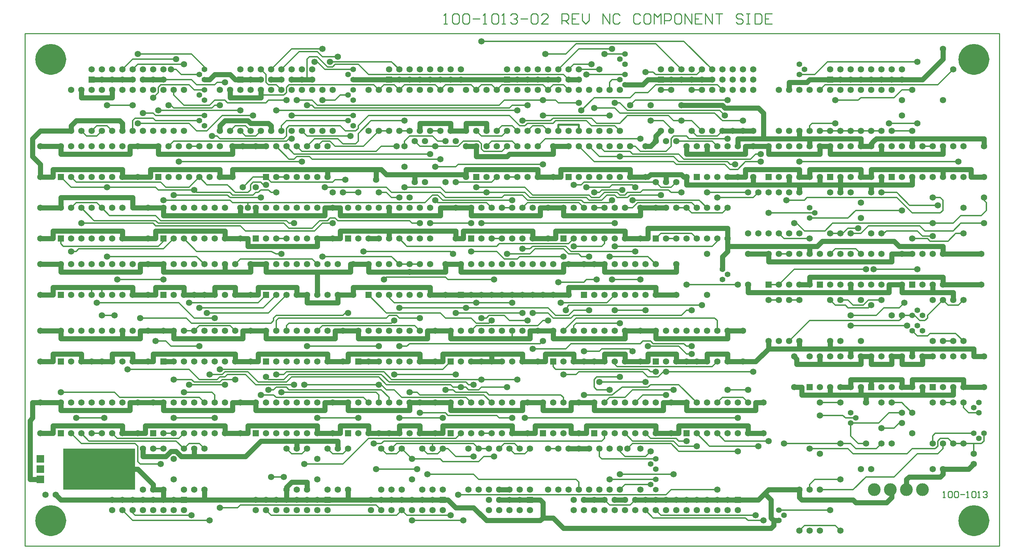
<source format=gtl>
*%FSLAX23Y23*%
*%MOIN*%
G01*
%ADD11C,0.006*%
%ADD12C,0.007*%
%ADD13C,0.008*%
%ADD14C,0.010*%
%ADD15C,0.012*%
%ADD16C,0.020*%
%ADD17C,0.030*%
%ADD18C,0.032*%
%ADD19C,0.036*%
%ADD20C,0.040*%
%ADD21C,0.050*%
%ADD22C,0.052*%
%ADD23C,0.055*%
%ADD24C,0.056*%
%ADD25C,0.059*%
%ADD26C,0.062*%
%ADD27C,0.066*%
%ADD28C,0.070*%
%ADD29C,0.090*%
%ADD30C,0.120*%
%ADD31C,0.125*%
%ADD32C,0.129*%
%ADD33C,0.140*%
%ADD34C,0.160*%
%ADD35C,0.250*%
%ADD36C,0.250*%
%ADD37R,0.062X0.062*%
%ADD38R,0.066X0.066*%
%ADD39R,0.075X0.075*%
%ADD40R,0.079X0.079*%
%ADD41R,0.250X0.250*%
D14*
X8446Y10497D02*
X8479D01*
X8463D01*
Y10597D01*
X8464D01*
X8463D02*
X8446Y10580D01*
X8529D02*
X8546Y10597D01*
X8579D01*
X8596Y10580D01*
Y10514D01*
X8579Y10497D01*
X8546D01*
X8529Y10514D01*
Y10580D01*
X8629D02*
X8646Y10597D01*
X8679D01*
X8696Y10580D01*
Y10514D01*
X8679Y10497D01*
X8646D01*
X8629Y10514D01*
Y10580D01*
X8729Y10547D02*
X8796D01*
X8829Y10497D02*
X8863D01*
X8846D01*
Y10597D01*
X8847D01*
X8846D02*
X8829Y10580D01*
X8913D02*
X8929Y10597D01*
X8962D01*
X8979Y10580D01*
Y10514D01*
X8962Y10497D01*
X8929D01*
X8913Y10514D01*
Y10580D01*
X9012Y10497D02*
X9046D01*
X9029D01*
Y10597D01*
X9030D01*
X9029D02*
X9012Y10580D01*
X9096D02*
X9112Y10597D01*
X9146D01*
X9162Y10580D01*
Y10564D01*
X9163D01*
X9162D02*
X9163D01*
X9162D02*
X9163D01*
X9162D02*
X9146Y10547D01*
X9129D01*
X9146D01*
X9162Y10530D01*
Y10514D01*
X9146Y10497D01*
X9112D01*
X9096Y10514D01*
X9196Y10547D02*
X9262D01*
X9296Y10580D02*
X9312Y10597D01*
X9346D01*
X9362Y10580D01*
Y10514D01*
X9346Y10497D01*
X9312D01*
X9296Y10514D01*
Y10580D01*
X9396Y10497D02*
X9462D01*
X9396D02*
X9462Y10564D01*
Y10580D01*
X9446Y10597D01*
X9412D01*
X9396Y10580D01*
X9596Y10597D02*
Y10497D01*
Y10597D02*
X9646D01*
X9662Y10580D01*
Y10547D01*
X9646Y10530D01*
X9596D01*
X9629D02*
X9662Y10497D01*
X9696Y10597D02*
X9762D01*
X9696D02*
Y10497D01*
X9762D01*
X9729Y10547D02*
X9696D01*
X9796Y10530D02*
Y10597D01*
Y10530D02*
X9829Y10497D01*
X9862Y10530D01*
Y10597D01*
X9995D02*
Y10497D01*
X10062D02*
X9995Y10597D01*
X10062D02*
Y10497D01*
X10162Y10580D02*
X10145Y10597D01*
X10112D01*
X10095Y10580D01*
Y10514D01*
X10112Y10497D01*
X10145D01*
X10162Y10514D01*
X10345Y10597D02*
X10362Y10580D01*
X10345Y10597D02*
X10312D01*
X10295Y10580D01*
Y10514D01*
X10312Y10497D01*
X10345D01*
X10362Y10514D01*
X10412Y10597D02*
X10445D01*
X10412D02*
X10395Y10580D01*
Y10514D01*
X10412Y10497D01*
X10445D01*
X10462Y10514D01*
Y10580D01*
X10445Y10597D01*
X10495D02*
Y10497D01*
X10529Y10564D02*
X10495Y10597D01*
X10529Y10564D02*
X10562Y10597D01*
Y10497D01*
X10595D02*
Y10597D01*
X10645D01*
X10662Y10580D01*
Y10547D01*
X10645Y10530D01*
X10595D01*
X10712Y10597D02*
X10745D01*
X10712D02*
X10695Y10580D01*
Y10514D01*
X10712Y10497D01*
X10745D01*
X10762Y10514D01*
Y10580D01*
X10745Y10597D01*
X10795D02*
Y10497D01*
X10862D02*
X10795Y10597D01*
X10862D02*
Y10497D01*
X10895Y10597D02*
X10962D01*
X10895D02*
Y10497D01*
X10962D01*
X10929Y10547D02*
X10895D01*
X10995Y10497D02*
Y10597D01*
X11062Y10497D01*
Y10597D01*
X11095D02*
X11162D01*
X11128D01*
Y10497D01*
X11345Y10597D02*
X11362Y10580D01*
X11345Y10597D02*
X11312D01*
X11295Y10580D01*
Y10564D01*
X11312Y10547D01*
X11345D01*
X11362Y10530D01*
Y10514D01*
X11345Y10497D01*
X11312D01*
X11295Y10514D01*
X11395Y10597D02*
X11428D01*
X11412D01*
Y10497D01*
X11395D01*
X11428D01*
X11478D02*
Y10597D01*
Y10497D02*
X11528D01*
X11545Y10514D01*
Y10580D01*
X11528Y10597D01*
X11478D01*
X11578D02*
X11645D01*
X11578D02*
Y10497D01*
X11645D01*
X11612Y10547D02*
X11578D01*
X13311Y5877D02*
X13331D01*
X13321D01*
Y5937D01*
X13322D01*
X13321D02*
X13311Y5927D01*
X13361D02*
X13371Y5937D01*
X13391D01*
X13401Y5927D01*
Y5887D01*
X13391Y5877D01*
X13371D01*
X13361Y5887D01*
Y5927D01*
X13421D02*
X13431Y5937D01*
X13451D01*
X13461Y5927D01*
Y5887D01*
X13451Y5877D01*
X13431D01*
X13421Y5887D01*
Y5927D01*
X13481Y5907D02*
X13521D01*
X13541Y5877D02*
X13561D01*
X13551D01*
Y5937D01*
X13552D01*
X13551D02*
X13541Y5927D01*
X13591D02*
X13601Y5937D01*
X13621D01*
X13631Y5927D01*
Y5887D01*
X13621Y5877D01*
X13601D01*
X13591Y5887D01*
Y5927D01*
X13651Y5877D02*
X13671D01*
X13661D01*
Y5937D01*
X13662D01*
X13661D02*
X13651Y5927D01*
X13701D02*
X13711Y5937D01*
X13731D01*
X13741Y5927D01*
Y5917D01*
X13742D01*
X13741D02*
X13742D01*
X13741D02*
X13742D01*
X13741D02*
X13731Y5907D01*
X13721D01*
X13731D01*
X13741Y5897D01*
Y5887D01*
X13731Y5877D01*
X13711D01*
X13701Y5887D01*
X13861Y5402D02*
X4361D01*
X13861D02*
Y10402D01*
X4361D01*
Y5402D01*
D15*
X9611Y7502D02*
X9736Y7627D01*
X6286Y9602D02*
X6136Y9452D01*
X6861Y10052D02*
X7036Y10227D01*
X6961Y10252D02*
X6761Y10052D01*
X12061Y10002D02*
X12186Y10127D01*
X12011Y7602D02*
X11811Y7402D01*
X7736Y9552D02*
X7611Y9427D01*
X7661Y9302D02*
X7811Y9452D01*
X9786Y9652D02*
X9911Y9777D01*
X9561Y10052D02*
X9761Y10252D01*
X13061Y6302D02*
X12836Y6077D01*
X12561D02*
X12436Y5952D01*
X11711Y7952D02*
X11861Y8102D01*
X6911Y7852D02*
X6736Y7677D01*
X6686Y7727D02*
X6811Y7852D01*
X13261Y9902D02*
X13411Y10052D01*
X7711Y6452D02*
X7461Y6202D01*
X12861Y8852D02*
X12986Y8727D01*
X6011Y7627D02*
X5861Y7777D01*
X5036Y8577D02*
X4911Y8702D01*
X10786Y10327D02*
X11061Y10052D01*
X10761D02*
X10511Y10302D01*
X12861Y8802D02*
X13011Y8652D01*
X9911Y9152D02*
X9761Y9302D01*
X6111Y10077D02*
X5986Y10202D01*
X7711Y7852D02*
X7886Y7677D01*
X10911Y6502D02*
X11036Y6377D01*
X10911Y6802D02*
X10736Y6977D01*
X6936Y9177D02*
X6811Y9302D01*
X5911Y8402D02*
X6036Y8277D01*
X6761Y5702D02*
X7986D01*
X10561D02*
X11486D01*
X11386Y5677D02*
X10486D01*
X11961Y5602D02*
X12261D01*
X12211Y5752D02*
X11711D01*
X6161Y5652D02*
X5411D01*
X5436Y5702D02*
X5986D01*
X11411Y5652D02*
X11561D01*
X8511Y5702D02*
X8086D01*
X8136Y5652D02*
X8636D01*
X4711Y8352D02*
Y8402D01*
Y8352D02*
X4736Y8327D01*
X4811Y8902D02*
X4711Y9002D01*
X10361Y5902D02*
X10611D01*
X10661Y5952D02*
X11111D01*
X10361Y5902D02*
X8586D01*
X10061Y5802D02*
X10261D01*
X7786D02*
X6461D01*
X12111Y5952D02*
X12436D01*
X6436Y5777D02*
X6261D01*
X4861Y8277D02*
X4886Y8302D01*
X4811Y8702D02*
X4861Y8752D01*
X4811Y6502D02*
X4911Y6402D01*
X4986Y6427D02*
X4911Y6502D01*
X4961Y9402D02*
X4911Y9452D01*
X4811Y9002D02*
X4861Y8952D01*
X7786Y6152D02*
X8186D01*
X12561Y6077D02*
X12836D01*
X12311Y6052D02*
X12061D01*
X6886Y6077D02*
X6761D01*
X9386Y6052D02*
X9736D01*
X9386D02*
X8786D01*
X8736Y6102D02*
X8286D01*
X10061Y6052D02*
X10511D01*
X10461Y6002D02*
X10211D01*
X10161Y6102D02*
X10686D01*
X5111Y7852D02*
Y7927D01*
X5011D02*
Y7852D01*
Y9452D02*
X5061Y9502D01*
X5111Y9452D02*
X5061Y9402D01*
Y8752D02*
X5111Y8702D01*
X5186Y8627D01*
X8286Y6302D02*
X8386D01*
X8436Y6352D02*
X8486D01*
X8561Y6277D02*
X8736D01*
X9136Y6302D02*
X9236D01*
X13011Y6352D02*
X13236D01*
X12961Y6302D02*
X12436D01*
X12386Y6352D02*
X12011D01*
X12461D02*
X12661D01*
X13061Y6302D02*
X13261D01*
X5686Y6202D02*
X5486D01*
X5611Y6352D02*
X5711D01*
X7361Y6302D02*
X7461D01*
X7061D02*
X6961D01*
X9986Y6252D02*
X10511D01*
X9561Y6352D02*
X9461D01*
X7461Y6202D02*
X7086D01*
X10736Y6327D02*
X11311D01*
X10411Y6277D02*
X10211D01*
X8936D02*
X8836D01*
X8786Y6227D02*
X8436D01*
X8411Y6252D02*
X8136D01*
X8786Y6352D02*
X8886D01*
X7986Y6302D02*
X7886D01*
X5311Y10052D02*
X5411Y10152D01*
X5311Y5752D02*
X5411Y5652D01*
X5261Y6452D02*
X5211Y6502D01*
Y9452D02*
X5161Y9502D01*
X5236Y6902D02*
X5286Y6852D01*
X9036Y6402D02*
X9136D01*
X5436D02*
X4911D01*
X12711Y6552D02*
X12836D01*
X13411Y6402D02*
X13511D01*
X13361Y6452D02*
X13286D01*
X13511Y6402D02*
X13611D01*
X13686D02*
X13511D01*
X13611Y6502D02*
X13236D01*
X12561Y6402D02*
X12486D01*
X5811Y6502D02*
X5711D01*
X5861Y6452D02*
X5261D01*
X5111Y6502D02*
X5011D01*
X4986Y6427D02*
X5836D01*
X5961Y6402D02*
X6061D01*
X8811Y6502D02*
X8911D01*
X8561Y6452D02*
X7711D01*
X10286Y6402D02*
X10661D01*
X10686Y6427D02*
X10286D01*
X10736Y6377D02*
X10911D01*
X10811Y6427D02*
X10736D01*
X10711Y6452D02*
X10461D01*
X11036Y6377D02*
X11511D01*
X11611Y6427D02*
X11186D01*
X12311Y6402D02*
X12411D01*
X12311D02*
X11761D01*
X7836D02*
X7761D01*
X7861Y6427D02*
X9986D01*
X8736Y6402D02*
X8336D01*
X7986D01*
X5411Y9452D02*
Y9552D01*
X5461Y6377D02*
Y6227D01*
X5411Y5752D02*
Y5727D01*
Y9552D02*
X5436Y9577D01*
X5411Y10052D02*
X5461Y10102D01*
X5436Y6402D02*
X5461Y6377D01*
X5411Y5727D02*
X5436Y5702D01*
X5486Y6202D02*
X5461Y6227D01*
X7211Y6652D02*
X7611D01*
X9236D02*
X11311D01*
X8436D02*
X8011D01*
X8986D02*
X9111D01*
X8961Y6677D02*
X8486D01*
X8461Y6702D02*
X8211D01*
X12886Y6602D02*
X12911D01*
Y6702D02*
X12786D01*
X13561D02*
X13661D01*
X12461Y6652D02*
X12361D01*
X12336Y6677D02*
X12111D01*
X12411Y6602D02*
X12686D01*
X5136Y6652D02*
X4861D01*
X5811D02*
X6211D01*
X5661Y9827D02*
Y9877D01*
X5686Y9902D01*
X5661Y9827D02*
X5611Y9777D01*
X5711Y8377D02*
X5661Y8327D01*
Y8552D02*
X5636Y8577D01*
X5611Y8552D02*
X5636Y8527D01*
Y9552D02*
X5611Y9577D01*
X5636Y9602D02*
X5611Y9627D01*
X5636Y8902D02*
X5661Y8877D01*
X5686Y8952D02*
X5736Y8902D01*
X5636Y8627D02*
X5686Y8577D01*
X11161Y6852D02*
X11361D01*
X11411Y6927D02*
X11211D01*
X6186Y6902D02*
X5911D01*
X12811Y6802D02*
X12911D01*
X13311D02*
X13411D01*
X12311D02*
X12111D01*
X9586Y6877D02*
X8886D01*
X8861Y6902D02*
X8561D01*
X8536Y6927D02*
X8461D01*
X5236Y6902D02*
X4711D01*
X6861D02*
X7786D01*
X6786Y6877D02*
X6661D01*
X6811Y6852D02*
X7661D01*
X7836Y6927D02*
X6936D01*
X6786D02*
X6736D01*
X8036Y6852D02*
X8661D01*
X7961Y6927D02*
X7886D01*
X8211Y6877D02*
X8836D01*
X8186Y6902D02*
X8111D01*
X8686Y6927D02*
X8786D01*
X9936D02*
X10061D01*
X10386Y6877D02*
X10611D01*
X10086D02*
X9811D01*
X10286Y6927D02*
X10686D01*
X10211Y6852D02*
X10061D01*
X6061D02*
X5286D01*
X5711Y8377D02*
Y8402D01*
X5811Y9802D02*
Y9852D01*
Y8402D02*
X5711Y8302D01*
X5911Y6502D02*
X5861Y6452D01*
X5761Y9302D02*
X5811Y9352D01*
X5886Y10002D02*
X5836Y10052D01*
Y6427D02*
X5911Y6352D01*
X5786Y7352D02*
X5736Y7402D01*
X5811Y9677D02*
X5786Y9702D01*
X5811Y9802D02*
X5911Y9702D01*
X6261Y7052D02*
X6311D01*
X6236Y7027D02*
X6061D01*
X5961Y7127D02*
X5361D01*
X5811Y7027D02*
X5986D01*
X6011Y7002D02*
X6261D01*
X6286Y7027D02*
X6411D01*
X6336Y7077D02*
X6511D01*
X6536Y7102D02*
X6311D01*
X6286Y7077D02*
X6161D01*
X6636Y7002D02*
X6911D01*
X6961Y7052D02*
X7811D01*
X6886Y7027D02*
X6736D01*
X6936Y7077D02*
X7836D01*
X7861Y7102D02*
X6911D01*
X6886Y7077D02*
X6811D01*
X6986Y6977D02*
X6611D01*
X7086D02*
X7811D01*
X8436Y7127D02*
X6261D01*
X6311Y6977D02*
X5961D01*
X8686D02*
X8736D01*
X8611Y6952D02*
X8536D01*
X6911D02*
X6811D01*
X9536Y7127D02*
X10436D01*
X10461Y7102D02*
X10511D01*
X9161Y7027D02*
X8811D01*
X8561Y7077D02*
X7961D01*
X7936Y7027D02*
X8811D01*
X8661Y7002D02*
X7911D01*
X7886Y6977D02*
X8511D01*
X7836D02*
X7811D01*
X8811Y6952D02*
X9061D01*
X8661D02*
X8611D01*
X10611Y7102D02*
X11461D01*
X9736Y7077D02*
X9611D01*
X9761Y7102D02*
X10386D01*
X10436Y7052D02*
X10536D01*
X10586Y7102D02*
X10611D01*
X10161Y7052D02*
X9936D01*
X9961Y7002D02*
X10411D01*
X10461Y6977D02*
X10736D01*
X10436Y6952D02*
X10186D01*
X6061Y7552D02*
X6011Y7502D01*
X5961Y6402D02*
X5911Y6352D01*
X5961Y8902D02*
X6061Y9002D01*
X5936Y7627D02*
X5986Y7577D01*
X5961Y7127D02*
X6061Y7027D01*
X6011Y7002D02*
X5986Y7027D01*
X6036Y9902D02*
X5986Y9952D01*
X5961Y9527D02*
X6036Y9452D01*
X6011Y9852D02*
X5961Y9902D01*
X6036Y8227D02*
X6111Y8152D01*
X6061Y6852D02*
X6111Y6802D01*
X6061Y6402D02*
X6111Y6352D01*
X6036Y8852D02*
X6011Y8877D01*
X6061Y9002D02*
X6136Y8927D01*
X10811Y7277D02*
X10861D01*
X10261Y7327D02*
X9986D01*
X9961Y7302D02*
X9811D01*
X9636Y7327D02*
X9311D01*
X10136Y7152D02*
X11061D01*
X6111Y10052D02*
Y10077D01*
X6211Y6877D02*
Y6802D01*
X6236Y7027D02*
X6261Y7052D01*
X6286Y7027D02*
X6261Y7002D01*
X6286Y7077D02*
X6311Y7102D01*
X6211Y9902D02*
X6236Y9927D01*
X6211Y9702D02*
X6186Y9677D01*
X6161Y9702D02*
X6211Y9752D01*
X6186Y6902D02*
X6211Y6877D01*
X6261Y9377D02*
X6236Y9402D01*
X10811Y7352D02*
X10861D01*
X13061Y7452D02*
X13161D01*
X13186Y7477D02*
X13436D01*
X13411Y7402D02*
X13311D01*
X6011Y7502D02*
X5911D01*
X7111Y7352D02*
X7811D01*
X6061D02*
X5786D01*
X5736Y7402D02*
X5636D01*
X8111Y7377D02*
X9386D01*
X8086Y7352D02*
X8011D01*
X9686Y7377D02*
X10361D01*
X10436Y7352D02*
X10736D01*
X10461Y7402D02*
X10386D01*
X10486Y7377D02*
X10786D01*
X6336Y7077D02*
X6311Y7052D01*
X6411Y8152D02*
X6461Y8202D01*
Y5802D02*
X6436Y5777D01*
X6361Y9452D02*
X6411Y9502D01*
X6511Y8927D02*
X6486Y8902D01*
X6461Y8527D02*
X6511Y8477D01*
X6361Y7552D02*
X6411Y7502D01*
X6511Y9402D02*
X6461Y9452D01*
X6336Y9727D02*
X6311Y9752D01*
X6361Y8777D02*
X6386Y8752D01*
X6361Y8802D02*
X6336Y8827D01*
X6361Y8852D02*
X6386Y8827D01*
X6411Y8852D02*
X6336Y8927D01*
X9586Y7652D02*
X9661D01*
X9711Y7702D02*
X9861D01*
X9686Y7627D02*
X9511D01*
X9711Y7652D02*
X10761D01*
X5236D02*
X5111D01*
X9736Y7627D02*
X11086D01*
X10161Y7577D02*
X9736D01*
X9461Y7602D02*
X9411D01*
X7511Y7677D02*
X7486D01*
X7461Y7652D02*
X6811D01*
X6761Y7577D02*
X5986D01*
X5936Y7627D02*
X5486D01*
X10811Y7702D02*
X10861D01*
X9461Y7677D02*
X9311D01*
X6211Y7627D02*
X6011D01*
X7261Y7552D02*
X8161D01*
X8886Y7652D02*
X9036D01*
X9086Y7602D02*
X9261D01*
X9361Y7552D02*
X8761D01*
X12911Y7652D02*
X13011D01*
X12886Y7602D02*
X12011D01*
X13011Y7652D02*
X13036D01*
X13086Y7602D02*
X13136D01*
X12661Y7652D02*
X12411D01*
X12736Y7727D02*
X12886D01*
X12961Y7552D02*
X12411D01*
X12386Y7727D02*
X12586D01*
X6686D02*
X6061D01*
Y7552D02*
X6361D01*
X8011Y7727D02*
X8661D01*
X8636Y7677D02*
X9211D01*
X8636D02*
X8561D01*
X8661Y7727D02*
X9461D01*
X9536Y7652D02*
X9586D01*
X10111Y7702D02*
X10411D01*
X8211Y7627D02*
X8011D01*
X7986Y7652D02*
X7911D01*
X7886Y7627D02*
X6836D01*
X6936Y7577D02*
X7936D01*
X7886Y7677D02*
X8411D01*
X8461Y7627D02*
X8711D01*
X8811D02*
X8861D01*
X8886Y7577D02*
X8761D01*
X6736Y7677D02*
X6136D01*
X6536Y8702D02*
Y8752D01*
X6661Y9802D02*
Y9852D01*
X6561Y8927D02*
Y8877D01*
X6711Y7852D02*
X6636Y7777D01*
X6611Y9402D02*
X6661Y9452D01*
X6561Y8877D02*
X6536Y8852D01*
X6561Y8927D02*
X6586Y8952D01*
Y9002D02*
X6511Y8927D01*
X6636Y8852D02*
X6661Y8877D01*
X6611Y8852D02*
X6586Y8827D01*
X6511Y7077D02*
X6611Y6977D01*
X6636Y7002D02*
X6536Y7102D01*
X6561Y9452D02*
X6511Y9502D01*
X6711Y10002D02*
X6661Y10052D01*
Y8952D02*
X6686Y8927D01*
X9586Y7777D02*
X10036D01*
X5861D02*
X5061D01*
X11811Y7802D02*
X11911D01*
X13361Y7752D02*
X13461D01*
X12536D02*
X12436D01*
X12361D02*
X12261D01*
X12311Y7802D02*
X12386D01*
X12586D02*
X12711D01*
X6636Y7777D02*
X5961D01*
X8761D02*
X9111D01*
X8761D02*
X7961D01*
X9661Y7752D02*
X10961D01*
X11611Y7802D02*
X11711D01*
X6786Y7627D02*
Y7602D01*
X6861Y9452D02*
Y9502D01*
X6811Y7602D02*
Y7502D01*
X6711Y9927D02*
Y10002D01*
X6811Y7652D02*
X6786Y7627D01*
Y7602D02*
X6761Y7577D01*
X6861Y9502D02*
X6911Y9552D01*
X6811Y6952D02*
X6786Y6927D01*
X6811Y7602D02*
X6836Y7627D01*
X6711Y9727D02*
X6736Y9752D01*
X6711Y5752D02*
X6761Y5702D01*
X6811Y6852D02*
X6786Y6877D01*
X6736Y7027D02*
X6711Y7052D01*
X6761Y8852D02*
X6736Y8877D01*
X6861Y9852D02*
X6811Y9902D01*
X6736D02*
X6711Y9927D01*
Y9002D02*
X6761Y8952D01*
Y8277D02*
X6811Y8252D01*
X10811Y7952D02*
X11311D01*
X9911Y8002D02*
X9836D01*
X9811Y7977D02*
X9561D01*
X9911Y8002D02*
X9936D01*
X12636Y8102D02*
X13061D01*
X11711Y7952D02*
X11611D01*
X11861Y8102D02*
X12561D01*
X10361Y8002D02*
X10086D01*
X8936D02*
X8486D01*
X8461Y8027D02*
X7886D01*
X5711Y8002D02*
X5261D01*
X6911Y9402D02*
Y9477D01*
Y9827D02*
Y9877D01*
Y7552D02*
Y7502D01*
X6961Y7052D02*
X6911Y7002D01*
X6886Y7027D02*
X6936Y7077D01*
X6911Y7102D02*
X6886Y7077D01*
Y9377D02*
X6911Y9402D01*
Y9477D02*
X6936Y9502D01*
X6886Y9802D02*
X6911Y9827D01*
Y9877D02*
X6936Y9902D01*
X7111Y6352D02*
X7061Y6302D01*
X6911Y7552D02*
X6936Y7577D01*
X6911Y9352D02*
X6936Y9377D01*
X7011Y9202D02*
X6986Y9177D01*
X6886Y8552D02*
X6936Y8502D01*
X6911Y6352D02*
X6961Y6302D01*
X6936Y6927D02*
X6911Y6952D01*
X7111Y9402D02*
X7061Y9452D01*
X7011Y9302D02*
X7061Y9252D01*
X6986Y9227D02*
X6911Y9302D01*
Y8577D02*
X6936Y8552D01*
X10061Y8227D02*
X10436D01*
X11711Y8252D02*
X11811D01*
X12261Y8302D02*
X12461D01*
X8511Y8277D02*
X7661D01*
X4861D02*
X4811D01*
X4886Y8302D02*
X5711D01*
X6461Y8202D02*
X7161D01*
X6036Y8227D02*
X5161D01*
X8111Y8152D02*
X8211D01*
X7936Y8227D02*
X7261D01*
X8011Y8152D02*
X8111D01*
X8711Y8277D02*
X8961D01*
X9786Y8227D02*
X9861D01*
X9686Y8277D02*
X10311D01*
X9286Y8302D02*
X9211D01*
X9286Y8252D02*
X9061D01*
X9336Y8302D02*
X9611D01*
X9661Y8252D02*
X9761D01*
X9161Y8202D02*
X9036D01*
X9186Y8227D02*
X9611D01*
X6761Y8277D02*
X6036D01*
X6811Y8252D02*
X6861D01*
X7111Y9952D02*
Y10152D01*
X7236Y8577D02*
X7161Y8502D01*
X7186Y8477D02*
X7261Y8552D01*
X7111Y10152D02*
X7136Y10177D01*
X7261Y7552D02*
X7211Y7502D01*
Y9302D02*
X7261Y9352D01*
X7186Y9377D02*
X7111Y9302D01*
X7311Y10077D02*
X7211Y10177D01*
Y10227D02*
X7261Y10177D01*
X7161Y9752D02*
X7211Y9702D01*
X7186Y9677D02*
X7161Y9702D01*
Y8202D02*
X7211Y8152D01*
X7286Y10052D02*
X7211Y10127D01*
X7136Y9202D02*
X7161Y9177D01*
X10611Y8402D02*
X10711D01*
X11061Y8327D02*
X10111D01*
X7161Y8502D02*
X6936D01*
X7186Y8477D02*
X6511D01*
X13011Y8402D02*
X13161D01*
X13061Y8477D02*
X12761D01*
X13111Y8427D02*
X13211D01*
X13136Y8477D02*
X13411D01*
X13436Y8452D02*
X13511D01*
X13361Y8377D02*
X13186D01*
X12486Y8502D02*
X12386D01*
X12411Y8452D02*
X12511D01*
X12336D02*
X12311D01*
X12211D01*
X12161Y8477D02*
X11961D01*
X12711Y8452D02*
X12736D01*
X5661Y8327D02*
X4736D01*
X6811Y8402D02*
X6911D01*
X9711Y8327D02*
X9986D01*
X9661Y8352D02*
X9561D01*
X9386D01*
X8986D01*
X8961Y8327D02*
X8086D01*
X9311D02*
X9636D01*
X9011Y8402D02*
X8911D01*
X11761D02*
X12011D01*
X10861Y8452D02*
X10561D01*
X7486Y7677D02*
X7461Y7652D01*
X7311Y8577D02*
X7336Y8602D01*
X7361Y10077D02*
X7386Y10102D01*
X7436Y9802D02*
X7386Y9752D01*
X7511Y6352D02*
X7461Y6302D01*
X7361Y8952D02*
X7386Y8977D01*
Y8602D02*
X7411Y8577D01*
X7486Y9452D02*
X7436Y9502D01*
X7311Y6352D02*
X7361Y6302D01*
X7461Y9327D02*
X7411Y9377D01*
X7336Y9352D02*
X7386Y9302D01*
X8136Y8552D02*
X8211D01*
X8111Y8577D02*
X7411D01*
X7386Y8602D02*
X7336D01*
X7311Y8577D02*
X7236D01*
X6886Y8552D02*
X5661D01*
X5636Y8577D02*
X5036D01*
X5636Y8527D02*
X6461D01*
X5611Y8552D02*
X4911D01*
X10211Y8702D02*
X10286D01*
X13011Y8652D02*
X13036D01*
X13286D01*
X13086Y8527D02*
X12586D01*
X12386Y8602D02*
X12011D01*
X12461Y8677D02*
X12911D01*
X13211Y8552D02*
X12236D01*
X13211D02*
X13411D01*
X11886D02*
X11861D01*
X12061Y8652D02*
X11611D01*
X13486Y8627D02*
X13686D01*
X13711Y8552D02*
X13486D01*
X9111Y8702D02*
X9011D01*
X9911D02*
X10011D01*
X10111Y8552D02*
X8811D01*
X10861Y8652D02*
X11161D01*
X10811Y8702D02*
X10711D01*
X8711Y8552D02*
X8311D01*
X5636Y8627D02*
X5186D01*
X7261Y8552D02*
X7361D01*
X6986D02*
X6936D01*
X6911Y8577D02*
X5686D01*
X7611Y9352D02*
Y9427D01*
Y9477D02*
Y9502D01*
Y9352D02*
X7586Y9327D01*
Y9452D02*
X7611Y9477D01*
Y9502D02*
X7711Y9602D01*
Y10002D02*
X7611Y10102D01*
X7661Y6852D02*
X7711Y6802D01*
X12711Y8852D02*
X12861D01*
X12986Y8727D02*
X13261D01*
X9961Y8802D02*
X9886D01*
X9861Y8777D02*
X9986D01*
X10036Y8827D02*
X10111D01*
X10261D02*
X10561D01*
X10236Y8802D02*
X10211D01*
X10136D01*
X10236Y8852D02*
X10361D01*
X10211Y8827D02*
X10161D01*
X10061Y8752D02*
X9811D01*
X10011Y8852D02*
X10136D01*
X10186Y8877D02*
X9986D01*
X10286Y8777D02*
X10936D01*
X10636Y8877D02*
X10386D01*
X10661Y8852D02*
X10761D01*
X10861Y8752D02*
X10336D01*
X9836Y8802D02*
X9286D01*
X9311Y8827D02*
X9861D01*
X9236Y8902D02*
X8761D01*
X8861Y8852D02*
X9236D01*
X9261Y8777D02*
X9786D01*
X8861Y8852D02*
X8461D01*
X8411Y8902D02*
X8061D01*
X7936Y8852D02*
X8411D01*
X8461Y8802D02*
X9011D01*
X9036Y8827D02*
X9211D01*
X8386D02*
X8336D01*
X8436Y8777D02*
X9111D01*
X8861Y8752D02*
X8386D01*
X13211Y8802D02*
X13286D01*
X11961Y8777D02*
X11786D01*
X11986Y8802D02*
X12861D01*
X11461D02*
X11111D01*
X11011Y8852D02*
X11411D01*
X10661Y8902D02*
X10561D01*
X9761Y8752D02*
X9261D01*
X8261D02*
X7561D01*
X6811Y8852D02*
X6761D01*
X6011Y8877D02*
X5661D01*
X7461Y8852D02*
X7611D01*
X7936Y8802D02*
X8011D01*
X7886Y8852D02*
X7811D01*
X9911D02*
X9961D01*
X10061Y8902D02*
X9836D01*
X7536Y8752D02*
X7336D01*
X7536D02*
X7561D01*
X7336D02*
X7311D01*
X6736Y8877D02*
X6661D01*
X6536Y8752D02*
X7311D01*
X6536D02*
X6386D01*
X6361Y8777D02*
X5711D01*
X5811Y8827D02*
X6336D01*
X6361Y8852D02*
X6036D01*
X6411D02*
X6536D01*
X7286Y8902D02*
X7886D01*
X6636Y8852D02*
X6611D01*
X6586Y8827D02*
X6386D01*
X6361Y8802D02*
X6661D01*
X5161Y8902D02*
X4811D01*
X5161D02*
X5636D01*
X5736D02*
X5961D01*
X5061Y8752D02*
X4861D01*
X7811Y6877D02*
Y6802D01*
Y9852D02*
X7861Y9902D01*
X7886Y8027D02*
X7861Y8002D01*
X7786Y9252D02*
X7836Y9302D01*
X7861Y6427D02*
X7836Y6402D01*
X7786Y5802D02*
X7836Y5752D01*
X7811Y9852D02*
X7761Y9902D01*
X7786Y6902D02*
X7811Y6877D01*
X7836Y6927D02*
X7911Y6852D01*
X7936Y7027D02*
X7861Y7102D01*
X7836Y7077D02*
X7911Y7002D01*
X7886Y6977D02*
X7811Y7052D01*
X7836Y6977D02*
X7886Y6927D01*
X7836Y6352D02*
X7886Y6302D01*
X11236Y9077D02*
X11261D01*
X11311D01*
X9161Y9002D02*
X9061D01*
X8911Y8952D02*
X8561D01*
X9711Y8927D02*
X9786D01*
X9811Y8952D02*
X10511D01*
X10286Y8927D02*
X10086D01*
X6661Y8952D02*
X6586D01*
X6686Y8927D02*
X6711D01*
X6336D02*
X6136D01*
X6586Y9002D02*
X6711D01*
X6811D02*
X6911D01*
X7386Y8977D02*
X7486D01*
X7361Y8952D02*
X6761D01*
X5686D02*
X4861D01*
X7911Y6852D02*
Y6802D01*
Y7827D02*
Y7852D01*
X8036Y5752D02*
X7986Y5702D01*
X8011Y9852D02*
X8061Y9902D01*
X7911Y7652D02*
X7886Y7627D01*
X7936Y7577D02*
X7961Y7602D01*
X8036Y6352D02*
X7986Y6302D01*
X7936Y6352D02*
X7986Y6402D01*
X8036Y6352D02*
X8136Y6252D01*
X8011Y9852D02*
X7961Y9902D01*
X8011Y8402D02*
X8086Y8327D01*
X7911Y7827D02*
X7961Y7777D01*
X8011Y8152D02*
X7936Y8227D01*
X7986Y7652D02*
X8011Y7627D01*
X7961Y6927D02*
X8036Y6852D01*
X8011Y10052D02*
X7936Y10127D01*
X7886Y8852D02*
X7936Y8802D01*
Y8852D02*
X7886Y8902D01*
X8036Y5752D02*
X8086Y5702D01*
X11911Y9152D02*
X13461D01*
X9011Y9252D02*
X8836D01*
X8586Y9127D02*
X9411D01*
X11236D02*
X11286D01*
X10611Y9252D02*
X10361D01*
X10286Y9227D02*
X10736D01*
X10261Y9252D02*
X10011D01*
X9961Y9202D02*
X10161D01*
X10686D01*
X10711Y9127D02*
X11186D01*
X10686Y9152D02*
X9911D01*
X11386D02*
X11536D01*
X11211D02*
X10736D01*
X10786Y9177D02*
X11436D01*
X11486Y9227D02*
X11536D01*
X8561Y9102D02*
X8361D01*
X8411Y9177D02*
X7161D01*
X7136Y9202D02*
X7011D01*
X7061Y9152D02*
X5861D01*
X6986Y9227D02*
X8311D01*
X6986Y9177D02*
X6936D01*
X7061Y9252D02*
X7786D01*
X8061Y9302D02*
Y9352D01*
X8111Y7377D02*
X8086Y7352D01*
X8061Y9352D02*
X8111Y9402D01*
X8236Y6352D02*
X8286Y6302D01*
X8136Y8552D02*
X8111Y8577D01*
X8161Y7552D02*
X8211Y7502D01*
X8186Y6902D02*
X8211Y6877D01*
Y9302D02*
X8161Y9352D01*
X9436Y9377D02*
X10361D01*
X8786Y9352D02*
X8636D01*
X8586Y9302D02*
X8361D01*
X13111D02*
X13211D01*
X7536Y9402D02*
X7111D01*
X7486Y9327D02*
X7586D01*
X6211Y9402D02*
X6186D01*
X6211D02*
X6236D01*
X6261Y9377D02*
X6886D01*
X7486Y9452D02*
X7586D01*
X10261Y9302D02*
X10311D01*
X10686Y9402D02*
X10811D01*
X10836Y9377D02*
X11211D01*
X11061Y9352D02*
X10711D01*
X10911Y9402D02*
X11111D01*
X9111Y9352D02*
X8911D01*
X8361Y9302D02*
X8211D01*
X8811Y9402D02*
X9011D01*
X6136Y9452D02*
X6036D01*
X12111D02*
X12211D01*
X12311D01*
X12411D01*
X12511D01*
X12611D02*
X12711D01*
X12611D02*
X12511D01*
X12811D02*
X13011D01*
X8411D02*
X8311D01*
X8111D02*
X8011D01*
X6611Y9402D02*
X6511D01*
X5061D02*
X4961D01*
X5811Y9352D02*
X6911D01*
X6936Y9377D02*
X6961D01*
X6061Y9302D02*
X5961D01*
X7836D02*
X7986D01*
X7911Y9452D02*
X7811D01*
X8111Y9402D02*
X8336D01*
X8386Y9352D02*
X8461D01*
X7411Y9377D02*
X7186D01*
X7461Y9327D02*
X7486D01*
X7336Y9352D02*
X7261D01*
X7386Y9302D02*
X7661D01*
X8336Y6402D02*
Y6352D01*
X8386Y6302D02*
X8436Y6352D01*
Y7127D02*
X8511Y7202D01*
X8411Y9852D02*
X8461Y9902D01*
X8336Y8827D02*
X8261Y8752D01*
X8411Y8902D02*
X8461Y8852D01*
X8411D02*
X8461Y8802D01*
X8436Y8777D02*
X8386Y8827D01*
X8361Y8777D02*
X8386Y8752D01*
X8411Y9852D02*
X8361Y9902D01*
X8411Y7677D02*
X8461Y7627D01*
X8386Y9352D02*
X8336Y9402D01*
X8411Y6252D02*
X8436Y6227D01*
X5486Y9527D02*
X5461D01*
X5436Y9577D02*
X5611D01*
X5636Y9552D02*
X6061D01*
X6111Y9602D02*
X5636D01*
X5611Y9627D02*
X5511D01*
X9536Y9552D02*
X9836D01*
X9511Y9527D02*
X9261D01*
X8236Y9602D02*
X8136D01*
X8436D02*
X8536D01*
X8436D02*
X8236D01*
X10236Y9652D02*
X11136D01*
X11086Y9627D02*
X10161D01*
X11161Y9552D02*
X11361D01*
X6586Y9602D02*
X6286D01*
X9186Y9502D02*
X9236D01*
X9086Y9602D02*
X8536D01*
X9886Y9502D02*
X10111D01*
X12786Y9527D02*
X13061D01*
X10761Y9552D02*
X10686D01*
X10761D02*
X10861D01*
X9486D02*
X9211D01*
X9511Y9577D02*
X9886D01*
X9936Y9527D02*
X10161D01*
X10236Y9602D02*
X10636D01*
X12036Y9527D02*
X12261D01*
X8061Y9552D02*
X7736D01*
X7511D02*
X6911D01*
X6936Y9502D02*
X7436D01*
X7711Y9602D02*
X8136D01*
X9911Y9677D02*
X10111D01*
X10461Y9552D02*
X10586D01*
X10061Y9602D02*
X9411D01*
Y9502D02*
X9311D01*
X9111D02*
X9011D01*
X5961Y9527D02*
X5486D01*
X7186Y9677D02*
X9086D01*
X6461Y9652D02*
X5661D01*
X6411Y9502D02*
X6511D01*
X6811Y9652D02*
X9161D01*
X5161Y9502D02*
X5061D01*
X5811Y9677D02*
X6186D01*
X6961Y9602D02*
X7561D01*
X8586Y9302D02*
X8636Y9352D01*
X8611Y6502D02*
X8561Y6452D01*
Y9102D02*
X8586Y9127D01*
X8486Y6352D02*
X8561Y6277D01*
X8486Y6677D02*
X8461Y6702D01*
X8536Y8252D02*
X8511Y8277D01*
X8536Y6927D02*
X8561Y6902D01*
X8536Y6952D02*
X8511Y6977D01*
X8486Y8002D02*
X8461Y8027D01*
X9561Y9727D02*
X9761D01*
X10311Y9752D02*
X11211D01*
X12911Y9852D02*
X13011D01*
X12486Y9752D02*
X12261D01*
X12511Y9777D02*
X12836D01*
X10161Y9727D02*
X10111D01*
X10861Y9852D02*
X10961D01*
X10436Y9827D02*
X10311D01*
X10261Y9777D02*
X9911D01*
X6886Y9802D02*
X6661D01*
X7261Y9752D02*
X7386D01*
X7211Y9702D02*
X8986D01*
X7161Y9752D02*
X7011D01*
X7111Y9702D02*
X7161D01*
X6111Y9852D02*
X6011D01*
X9036Y9752D02*
X9536D01*
X5411Y9702D02*
X5161D01*
X9111D02*
X9261D01*
X6261D02*
X6211D01*
X5786D02*
X5761D01*
X5911D02*
X6161D01*
X7436Y9802D02*
X7511D01*
X6911Y9752D02*
X6736D01*
X6711Y9727D02*
X6336D01*
X6311Y9752D02*
X6211D01*
X10561Y9852D02*
X10661D01*
X8811Y9327D02*
Y9277D01*
X8761Y9852D02*
X8811Y9902D01*
X8761Y7552D02*
X8711Y7502D01*
X8811Y6952D02*
X8786Y6927D01*
X8836Y6277D02*
X8786Y6227D01*
X8836Y9252D02*
X8811Y9277D01*
Y9327D02*
X8786Y9352D01*
X8761Y9852D02*
X8711Y9902D01*
X8761Y9452D02*
X8811Y9402D01*
X8661Y7002D02*
X8686Y6977D01*
X8761Y7577D02*
X8711Y7627D01*
X8661Y6852D02*
X8711Y6802D01*
X8836Y6877D02*
X8911Y6802D01*
X8686Y6927D02*
X8661Y6952D01*
X8736Y6102D02*
X8786Y6052D01*
Y6352D02*
X8736Y6402D01*
X6211Y9902D02*
X6036D01*
X6236Y9927D02*
X6311D01*
X5986Y9952D02*
X5711D01*
X7311Y10077D02*
X7361D01*
X7161Y9952D02*
X7111D01*
X7711Y10002D02*
X9611D01*
X11911D02*
X12061D01*
X10911D02*
X10511D01*
X10486Y10027D02*
X10411D01*
X10511Y9902D02*
X11111D01*
X7761D02*
X6936D01*
X7861D02*
X7961D01*
X8061D02*
X8361D01*
X8461D02*
X8711D01*
X8811D02*
X8911D01*
X9011D02*
X9411D01*
X9511D02*
X9611D01*
X9761Y10052D02*
X9961D01*
X9836Y10002D02*
X10211D01*
X10161Y9952D02*
X10086D01*
X5961Y9902D02*
X5686D01*
X5886Y10002D02*
X6061D01*
X5836Y10052D02*
X5786D01*
X12161Y9902D02*
X13261D01*
X7561Y10052D02*
X7286D01*
X6811Y9902D02*
X6736D01*
X9036Y6402D02*
X8986Y6352D01*
X9011Y9252D02*
X9061Y9302D01*
X9036Y8827D02*
X9011Y8802D01*
X8961Y9852D02*
X9011Y9902D01*
Y9502D02*
X8961Y9452D01*
X8911Y9352D02*
X8861Y9302D01*
X9011Y9402D02*
X9061Y9452D01*
X8986Y9702D02*
X9036Y9752D01*
X8961Y9002D02*
X8911Y8952D01*
X8886Y7652D02*
X8861Y7627D01*
X8886Y7577D02*
X8911Y7602D01*
X8961Y8327D02*
X8986Y8352D01*
X8961Y6677D02*
X8986Y6652D01*
X9086Y7602D02*
X9036Y7652D01*
X8911Y8702D02*
X8861Y8752D01*
X8961Y9852D02*
X8911Y9902D01*
X8861Y6902D02*
X8886Y6877D01*
X9036Y8202D02*
X8961Y8277D01*
X7211Y10177D02*
X7136D01*
X7211Y10227D02*
X7036D01*
X7261Y10177D02*
X7411D01*
X7261Y10252D02*
X6961D01*
X7336Y10127D02*
X7936D01*
X7611Y10102D02*
X7386D01*
X12186Y10127D02*
X13061D01*
X9636Y10202D02*
X9436D01*
X9761Y10252D02*
X10086D01*
X9886Y10102D02*
X9711D01*
X10011Y10202D02*
X10211D01*
X5986D02*
X5461D01*
X5411Y10152D02*
X5836D01*
X5911Y10102D02*
X5461D01*
X7186Y10127D02*
X7211D01*
X9111Y7502D02*
Y7427D01*
X9211Y8702D02*
X9261Y8752D01*
X9186Y8227D02*
X9161Y8202D01*
X9086Y9677D02*
X9111Y9702D01*
X9136Y6402D02*
X9186Y6352D01*
X9136Y6302D02*
X9086Y6352D01*
X9261Y8777D02*
X9211Y8827D01*
X9186Y9502D02*
X9086Y9602D01*
X9111Y9502D02*
X9161Y9452D01*
X9111Y9352D02*
X9161Y9302D01*
X8811Y10327D02*
X10786D01*
X10511Y10302D02*
X9736D01*
X9411Y7602D02*
X9361Y7552D01*
X9286Y6352D02*
X9236Y6302D01*
X9361Y9302D02*
X9436Y9377D01*
X9261Y9527D02*
X9236Y9502D01*
X9261Y9452D02*
X9311Y9502D01*
X9411Y7402D02*
X9386Y7377D01*
X9286Y8302D02*
X9311Y8327D01*
X9336Y8302D02*
X9286Y8252D01*
Y8802D02*
X9236Y8852D01*
Y8902D02*
X9311Y8827D01*
X9461Y9852D02*
X9411Y9902D01*
Y9502D02*
X9461Y9452D01*
X9611Y6852D02*
Y6802D01*
X9511Y7152D02*
Y7202D01*
Y9527D02*
X9536Y9552D01*
X9511Y9577D02*
X9486Y9552D01*
X9461Y9852D02*
X9511Y9902D01*
X9461Y7677D02*
X9511Y7627D01*
X9561Y9727D02*
X9536Y9752D01*
X9661Y9952D02*
X9611Y10002D01*
Y9902D02*
X9661Y9852D01*
X9586Y6877D02*
X9611Y6852D01*
X9536Y7127D02*
X9511Y7152D01*
X9536Y7652D02*
X9461Y7727D01*
X9661Y8252D02*
X9611Y8302D01*
X9711Y7552D02*
Y7502D01*
X9761Y6027D02*
Y5952D01*
X9661Y7652D02*
X9711Y7702D01*
Y7652D02*
X9686Y7627D01*
X9736Y7577D02*
X9711Y7552D01*
X9686Y7377D02*
X9636Y7327D01*
X9811Y7977D02*
X9836Y8002D01*
X9636Y10202D02*
X9736Y10302D01*
X9711Y10102D02*
X9661Y10052D01*
X9811Y8952D02*
X9786Y8927D01*
X9711Y8402D02*
X9661Y8352D01*
X9761Y7102D02*
X9736Y7077D01*
X9811Y8752D02*
X9786Y8777D01*
X9761Y8752D02*
X9811Y8702D01*
X9736Y6052D02*
X9761Y6027D01*
X9786Y8227D02*
X9761Y8252D01*
X9686Y8277D02*
X9636Y8327D01*
X9661Y7752D02*
X9636Y7702D01*
X10011Y8352D02*
Y8402D01*
Y6502D02*
Y6452D01*
X9961Y6352D02*
Y6277D01*
X9911Y6952D02*
Y7027D01*
X9961Y7302D02*
X9986Y7327D01*
X9961Y8802D02*
X10011Y8852D01*
X10036Y8827D02*
X9986Y8777D01*
X10011Y8352D02*
X9986Y8327D01*
X10011Y6452D02*
X9986Y6427D01*
X9911Y7027D02*
X9936Y7052D01*
X10061Y6852D02*
X10011Y6802D01*
X9961Y8852D02*
X9986Y8877D01*
X10011Y5852D02*
X10061Y5802D01*
X9861Y8777D02*
X9836Y8802D01*
X9861Y8827D02*
X9886Y8802D01*
Y9502D02*
X9836Y9552D01*
X9886Y9577D02*
X9936Y9527D01*
X9861Y9302D02*
X9961Y9202D01*
X10011Y9252D02*
X9961Y9302D01*
Y6277D02*
X9986Y6252D01*
X9936Y6927D02*
X9911Y6952D01*
X10061Y9852D02*
Y9927D01*
X10111Y7202D02*
Y7177D01*
X10161Y6352D02*
Y6327D01*
X10061Y8752D02*
X10086Y8777D01*
X10161Y9527D02*
X10236Y9602D01*
X10061Y9927D02*
X10086Y9952D01*
X10111Y7852D02*
X10036Y7777D01*
X10211Y6002D02*
X10161Y5952D01*
X10061Y8902D02*
X10086Y8927D01*
X10111Y8827D02*
X10136Y8802D01*
X10161Y8827D02*
X10136Y8852D01*
X10161Y9452D02*
X10111Y9502D01*
X10161Y9627D02*
X10111Y9677D01*
X10161Y9727D02*
X10236Y9652D01*
X10111Y7177D02*
X10136Y7152D01*
X10161Y6327D02*
X10211Y6277D01*
X10086Y6877D02*
X10186Y6952D01*
X10311Y5852D02*
X10261Y5802D01*
X10236Y8802D02*
X10261Y8827D01*
X10236Y8852D02*
X10211Y8827D01*
X10361Y8852D02*
X10386Y8877D01*
X10336Y8752D02*
X10286Y8702D01*
X10261Y9702D02*
X10311Y9752D01*
X10261Y9777D02*
X10311Y9827D01*
X10286Y6402D02*
X10236Y6352D01*
X10311Y6802D02*
X10386Y6877D01*
X10286Y6927D02*
X10211Y6852D01*
X10361Y7377D02*
X10386Y7402D01*
X10286Y7302D02*
X10261Y7327D01*
X10361Y9252D02*
X10311Y9302D01*
X10261Y9252D02*
X10286Y9227D01*
X10211Y6502D02*
X10286Y6427D01*
X10436Y7052D02*
X10386Y7102D01*
X10311Y8902D02*
X10286Y8927D01*
X10436Y9827D02*
X10511Y9902D01*
X10586Y7102D02*
X10536Y7052D01*
X10461Y6327D02*
X10411Y6277D01*
X10436Y6952D02*
X10461Y6977D01*
X10511Y8402D02*
X10561Y8452D01*
X10511Y5752D02*
X10561Y5702D01*
X10486Y5677D02*
X10411Y5752D01*
X10511Y10002D02*
X10486Y10027D01*
X10586Y9552D02*
X10661Y9477D01*
X10436Y7127D02*
X10461Y7102D01*
X10511Y8152D02*
X10436Y8227D01*
X10561Y8902D02*
X10511Y8952D01*
X10411Y6502D02*
X10461Y6452D01*
X10486Y7377D02*
X10461Y7402D01*
X10661Y9302D02*
Y9377D01*
Y9452D02*
Y9477D01*
X10811Y7702D02*
X10761Y7652D01*
X10661Y5952D02*
X10611Y5902D01*
Y9252D02*
X10661Y9302D01*
Y9377D02*
X10686Y9402D01*
X10711Y8952D02*
X10661Y8902D01*
X10736Y7352D02*
X10811Y7277D01*
Y7352D02*
X10786Y7377D01*
X10661Y8852D02*
X10636Y8877D01*
X10686Y9552D02*
X10636Y9602D01*
X10736Y9227D02*
X10786Y9177D01*
X10736Y9152D02*
X10686Y9202D01*
Y9152D02*
X10711Y9127D01*
X10661Y6402D02*
X10736Y6327D01*
Y6377D02*
X10686Y6427D01*
X10711Y6452D02*
X10736Y6427D01*
X10911Y10002D02*
X10961Y10052D01*
X10936Y8777D02*
X11011Y8702D01*
X10836Y9377D02*
X10811Y9402D01*
X10861Y9552D02*
X10961Y9452D01*
X10911Y9402D02*
X10861Y9452D01*
Y8752D02*
X10911Y8702D01*
X10861Y8652D02*
X10811Y8702D01*
X10861Y8452D02*
X10911Y8402D01*
X11111D02*
Y8377D01*
Y7602D02*
Y7502D01*
X11161Y6852D02*
X11111Y6802D01*
X11061Y8327D02*
X11111Y8377D01*
Y9402D02*
X11161Y9452D01*
X11111Y7202D02*
X11061Y7152D01*
X11161Y8652D02*
X11211Y8702D01*
X11086Y7627D02*
X11111Y7602D01*
X11186Y9602D02*
X11136Y9652D01*
X11086Y9627D02*
X11161Y9552D01*
Y9852D02*
X11111Y9902D01*
X11186Y9127D02*
X11236Y9077D01*
X11111Y9302D02*
X11061Y9352D01*
X11111Y6502D02*
X11186Y6427D01*
X11311Y9077D02*
X11386Y9152D01*
X11361Y6852D02*
X11411Y6802D01*
X11236Y9127D02*
X11211Y9152D01*
X11436Y9177D02*
X11486Y9227D01*
X11511Y8852D02*
X11461Y8802D01*
X11386Y5677D02*
X11411Y5652D01*
X11761Y8402D02*
X11711Y8452D01*
X11961Y8777D02*
X11986Y8802D01*
X11961Y5602D02*
X11911Y5552D01*
X11961Y8477D02*
X11886Y8552D01*
X12011Y9452D02*
Y9502D01*
Y6002D02*
Y5952D01*
Y9502D02*
X12036Y9527D01*
X12061Y6052D02*
X12011Y6002D01*
X12111Y9852D02*
X12161Y9902D01*
X12236Y8552D02*
X12161Y8477D01*
X12336Y8452D02*
X12386Y8502D01*
X12261Y8302D02*
X12211Y8252D01*
X12336Y6677D02*
X12361Y6652D01*
X12261Y5602D02*
X12311Y5552D01*
X12386Y7727D02*
X12361Y7752D01*
X12261D02*
X12211Y7802D01*
X12411Y6602D02*
Y6477D01*
X12486Y9752D02*
X12511Y9777D01*
X12586Y8527D02*
X12511Y8452D01*
X12386Y8602D02*
X12461Y8677D01*
X12586Y7802D02*
X12536Y7752D01*
X12386Y6352D02*
X12436Y6302D01*
X12486Y6402D02*
X12411Y6477D01*
Y6402D02*
X12461Y6352D01*
X12511Y8252D02*
X12461Y8302D01*
X12386Y7802D02*
X12436Y7752D01*
X12661Y7652D02*
X12736Y7727D01*
Y8452D02*
X12761Y8477D01*
X12786Y6702D02*
X12686Y6602D01*
X12711Y6402D02*
X12661Y6352D01*
X12586Y7727D02*
X12611Y7752D01*
X12911Y7652D02*
Y7627D01*
X12836Y9777D02*
X12911Y9852D01*
X12886Y6602D02*
X12836Y6552D01*
X12886Y7602D02*
X12911Y7627D01*
X12886Y7727D02*
X12936Y7777D01*
Y6777D02*
X13011Y6702D01*
X12936Y6777D02*
X12911Y6802D01*
X13011Y6352D02*
X12961Y6302D01*
X13136Y7602D02*
X13161Y7627D01*
X13111Y8427D02*
X13061Y8477D01*
X13086Y8527D02*
X13136Y8477D01*
X13036Y7652D02*
X13086Y7602D01*
X13011Y7502D02*
X13061Y7452D01*
X13311Y8677D02*
Y8777D01*
X13261Y6427D02*
Y6377D01*
X13161Y7627D02*
Y7652D01*
X13211Y6477D02*
Y6402D01*
X13311D02*
Y6352D01*
X13286Y8652D02*
X13311Y8677D01*
X13286Y6452D02*
X13261Y6427D01*
Y6377D02*
X13236Y6352D01*
Y7727D02*
X13311Y7802D01*
X13236Y7727D02*
X13161Y7652D01*
X13236Y6502D02*
X13211Y6477D01*
X13311Y6352D02*
X13261Y6302D01*
X13161Y7452D02*
X13186Y7477D01*
X13311Y8777D02*
X13286Y8802D01*
X13161Y8402D02*
X13186Y8377D01*
X13311Y7802D02*
X13361Y7752D01*
X13511Y6802D02*
Y6752D01*
X13361Y8377D02*
X13436Y8452D01*
X13411Y8552D02*
X13486Y8627D01*
Y8552D02*
X13411Y8477D01*
X13511Y7802D02*
X13461Y7752D01*
X13511Y6752D02*
X13561Y6702D01*
X13361Y6452D02*
X13411Y6402D01*
X13511Y7402D02*
X13436Y7477D01*
X13611Y6402D02*
Y6302D01*
X13711Y6427D02*
Y6502D01*
Y8777D02*
Y8802D01*
Y6427D02*
X13686Y6402D01*
Y8627D02*
X13736Y8677D01*
Y8752D02*
X13711Y8777D01*
X13736Y8752D02*
Y8677D01*
D16*
X9761Y9512D02*
X9561D01*
Y9452D01*
X9761D02*
Y9512D01*
D21*
X4436Y6652D02*
X4411Y6627D01*
X11511Y5852D02*
X11611Y5952D01*
X6311Y9552D02*
X6261Y9502D01*
X6161Y9952D02*
X6211Y10002D01*
X4511Y9452D02*
X4436Y9377D01*
X4811Y9502D02*
X4861Y9552D01*
X9061Y9202D02*
X9086Y9227D01*
X11986Y9927D02*
X12011Y9952D01*
X13111D02*
X13311Y10152D01*
X10436Y9952D02*
X10386Y9902D01*
X12811Y5877D02*
X12761Y5827D01*
X11486Y7202D02*
X11611Y7327D01*
X13561Y6152D02*
X13611Y6202D01*
X13311Y6102D02*
X13286Y6077D01*
X12980D02*
X12955Y6052D01*
X12086Y8327D02*
X12136Y8377D01*
X5786Y6327D02*
X5736Y6277D01*
X10436Y9002D02*
X10461Y9027D01*
X12636Y9352D02*
X12661Y9377D01*
X12636Y9352D02*
X12611Y9327D01*
X10511Y9352D02*
X10461Y9302D01*
X6961Y6027D02*
X6911Y5977D01*
X6511Y6277D02*
X6661Y6427D01*
X10511Y9402D02*
X10561Y9452D01*
X9411Y5677D02*
X9386Y5652D01*
X11636Y5577D02*
X11661Y5602D01*
X11161Y8227D02*
X11211Y8277D01*
X11561Y9627D02*
X11511Y9677D01*
X11186D02*
X11161Y9702D01*
X6561Y9527D02*
X6536Y9552D01*
X6736Y9527D02*
X6761Y9502D01*
X6411Y9952D02*
X6361Y10002D01*
X4511Y9127D02*
X4436Y9202D01*
X5286Y9552D02*
X5311Y9527D01*
X11586Y5902D02*
X11636Y5852D01*
Y5677D02*
X11661Y5652D01*
X12436Y5852D02*
X12461Y5827D01*
X11936Y5852D02*
X11911Y5877D01*
X12886Y8327D02*
X12836Y8377D01*
X5886Y6277D02*
X5836Y6327D01*
X4711Y5852D02*
X4661Y5902D01*
X10761Y9027D02*
X10786Y9002D01*
X11861Y7252D02*
X11886Y7227D01*
X5611Y6002D02*
X5461Y6152D01*
X7886Y9027D02*
X7836Y9077D01*
X9386Y5852D02*
X9411Y5827D01*
X8861Y5652D02*
X8736Y5777D01*
X8561D02*
X8486Y5852D01*
X9511Y5677D02*
X9611Y5577D01*
X4436Y6652D02*
Y6802D01*
X4411Y6627D02*
Y6052D01*
X4511Y9002D02*
Y9127D01*
X4436Y9202D02*
Y9377D01*
X11661Y5652D02*
X11711D01*
X9386D02*
X8861D01*
X9611Y5577D02*
X11636D01*
X9511Y5677D02*
X9411D01*
X4636Y9002D02*
Y9077D01*
X4711Y9227D02*
Y9302D01*
X4636Y6577D02*
Y6502D01*
X4711Y6727D02*
Y6802D01*
X4636Y8402D02*
Y8477D01*
X4711Y8152D02*
Y8077D01*
X4636Y7927D02*
Y7852D01*
Y7277D02*
Y7202D01*
X4711Y7427D02*
Y7502D01*
Y8702D02*
Y8802D01*
X8986Y5952D02*
X9086D01*
X6111Y5852D02*
X5911D01*
X8986D02*
X9086D01*
X9186D01*
X9286D01*
X8436D02*
X8336D01*
X8236D01*
X8136D01*
X8036D01*
X7936D01*
X7836D02*
X7736D01*
X7836D02*
X7936D01*
X7311D02*
X7211D01*
X7311D02*
X7736D01*
X10111D02*
X10211D01*
X10011D02*
X9811D01*
X10311D02*
X11186D01*
X11311D01*
X11511D01*
X11611Y5952D02*
X11911D01*
X12799D02*
X12811D01*
X12761Y5827D02*
X12461D01*
X12436Y5852D02*
X11936D01*
X5211D02*
X4711D01*
X5211D02*
X5311D01*
X5411D01*
X5511D01*
X5611D01*
X6611D02*
X6711D01*
X6811D01*
X7011D02*
X7111D01*
X7211D01*
X6911D02*
X6811D01*
X6911D02*
X7011D01*
X6611D02*
X5911D01*
X5811D01*
X5711D02*
X5611D01*
X5711D02*
X5811D01*
X5711Y5952D02*
X5611D01*
X9286Y5852D02*
X9386D01*
X8736Y5777D02*
X8561D01*
X8486Y5852D02*
X8436D01*
X4811Y9452D02*
Y9502D01*
X4911Y9777D02*
Y9852D01*
Y7277D02*
Y7202D01*
X4511Y6052D02*
X4411D01*
X13311Y6152D02*
X13561D01*
X13286Y6077D02*
X12980D01*
X7111Y6027D02*
X6961D01*
X5461Y6152D02*
X5211D01*
X5511Y6277D02*
X5736D01*
X5786Y6327D02*
X5836D01*
X5886Y6277D02*
X6011D01*
X9761Y6352D02*
X9861D01*
X9761D02*
X9661D01*
X6511Y6277D02*
X6011D01*
X5311Y9452D02*
Y9527D01*
Y9077D02*
Y9002D01*
Y6577D02*
Y6502D01*
Y8402D02*
Y8477D01*
Y7502D02*
Y7427D01*
X5211Y9777D02*
Y9852D01*
Y7277D02*
Y7202D01*
X7011Y6427D02*
X7411D01*
X4636Y6502D02*
X4511D01*
X5311D02*
X5461D01*
X5536D01*
X6311D02*
X6461D01*
X6536D01*
X7211D02*
X7361D01*
X7436D01*
X7711D02*
X7811D01*
X8211D02*
X8361D01*
X8436D01*
X9111D02*
X9261D01*
X9336D01*
X9686D02*
X9761D01*
X9836D01*
X10511D02*
X10661D01*
X10736D01*
X11411D02*
X11561D01*
X7011Y6427D02*
X6661D01*
X7811Y6502D02*
X8011D01*
X5486Y7427D02*
Y7502D01*
X5511Y6352D02*
Y6277D01*
X5386Y9227D02*
Y9302D01*
Y6802D02*
Y6727D01*
X5486Y8077D02*
Y8102D01*
Y8152D01*
X5411Y7927D02*
Y7852D01*
Y7277D02*
Y7202D01*
Y8702D02*
Y8802D01*
X8511Y6727D02*
X9211D01*
X5311Y6577D02*
X4636D01*
X5536D02*
X6311D01*
X6536D02*
X7211D01*
X7436D02*
X7711D01*
X8436D02*
X9111D01*
X9336D02*
X9686D01*
X9836D02*
X10511D01*
X10736D02*
X11411D01*
X11486Y6727D02*
X10811D01*
X10586D02*
X9911D01*
X9686D02*
X9411D01*
X8111D02*
X7511D01*
X7286D02*
X6611D01*
X6386D02*
X5711D01*
X5386D02*
X4711D01*
X8011Y6577D02*
X8211D01*
X5586Y9002D02*
Y9077D01*
X5661Y9227D02*
Y9302D01*
X5536Y6577D02*
Y6502D01*
X5636Y8402D02*
Y8477D01*
Y7927D02*
Y7852D01*
X5611Y7277D02*
Y7202D01*
Y6002D02*
Y5952D01*
X4511Y6802D02*
X4436D01*
X5611D02*
X5711D01*
X5611D02*
X5461D01*
X11486D02*
X11561D01*
X10811D02*
X10661D01*
X10586D01*
X9911D02*
X9761D01*
X9686D01*
X9411D02*
X9261D01*
X9211D01*
X8511D02*
X8361D01*
X8211D01*
X8111D01*
X7511D02*
X7361D01*
X7286D01*
X6611D02*
X6461D01*
X6386D01*
X5461D02*
X5386D01*
X4711D02*
X4511D01*
X12211Y6877D02*
X12511D01*
X12211D02*
X11936D01*
X12511D02*
X12561D01*
X13111D01*
X13411D01*
X5711Y8627D02*
Y8702D01*
Y6802D02*
Y6727D01*
Y8077D02*
Y8152D01*
X5811Y7502D02*
Y7427D01*
X5711Y5952D02*
Y5852D01*
X11861Y6952D02*
X11936D01*
X13011Y7027D02*
X13511D01*
Y6952D02*
X13711D01*
X12911Y7027D02*
X12411D01*
X12911Y6952D02*
X13011D01*
X12411D02*
X12311D01*
X6011Y6352D02*
Y6277D01*
X5911Y7852D02*
Y7927D01*
X11361Y7202D02*
X11486D01*
X13111Y7252D02*
X13211D01*
X5811Y7202D02*
X5711D01*
X4636D02*
X4511D01*
X5411D02*
X5561D01*
X5611D01*
Y7277D02*
X6411D01*
Y7202D02*
X6561D01*
X6636D01*
Y7277D02*
X7311D01*
Y7202D02*
X7461D01*
X7511D01*
Y7277D02*
X8211D01*
Y7202D02*
X8361D01*
X8436D01*
X9211D02*
X9361D01*
X9436D01*
X10211D02*
X10361D01*
X10436D01*
X11211D02*
X11361D01*
X11886Y7177D02*
X12111D01*
X12511D01*
X12611D02*
X12811D01*
X12611Y7252D02*
X12511D01*
X12911Y7177D02*
X13111D01*
X12911Y7252D02*
X12811D01*
X13011Y7327D02*
X13611D01*
Y7252D02*
X13711D01*
X13011Y7327D02*
X12411D01*
X12211D01*
X11911D01*
X11611D01*
X7811Y7202D02*
X7711D01*
X7611D01*
X8436Y7277D02*
X9211D01*
X10911Y7202D02*
X11011D01*
X10911D02*
X10811D01*
X10011D02*
X9911D01*
X9811D02*
X9711D01*
X9811D02*
X9911D01*
X9011D02*
X8911D01*
X8811D02*
X8711D01*
X8811D02*
X8911D01*
X5411Y7277D02*
X5211D01*
X4911D02*
X4636D01*
X4911Y7202D02*
X5211D01*
X11011Y7277D02*
X11211D01*
X10811Y7202D02*
X10711D01*
Y7277D02*
X10436D01*
X9711D02*
X9436D01*
X10011D02*
X10211D01*
X6111Y5952D02*
Y5852D01*
X6261Y9452D02*
Y9502D01*
Y9077D02*
Y9002D01*
X6211Y7927D02*
Y7852D01*
X5561Y7502D02*
X5486D01*
X10211D02*
X10361D01*
X4711D02*
X4511D01*
X11311D02*
X11361D01*
X11311D02*
X11211D01*
Y7427D02*
X10511D01*
Y7502D02*
X10361D01*
X10211Y7427D02*
X9511D01*
Y7502D02*
X9361D01*
X9286D01*
Y7427D02*
X8511D01*
Y7502D02*
X8361D01*
X8286D01*
Y7427D02*
X7611D01*
Y7502D02*
X7461D01*
X7386D01*
Y7427D02*
X6711D01*
Y7502D02*
X6561D01*
X6486D01*
Y7427D02*
X5811D01*
Y7502D02*
X5711D01*
X5486Y7427D02*
X4711D01*
X5311D02*
X5486D01*
X5561Y7502D02*
X5711D01*
X6311Y8077D02*
Y8152D01*
X6461Y8627D02*
Y8702D01*
X6311Y6577D02*
Y6502D01*
X6386Y6727D02*
Y6802D01*
X6311Y8402D02*
Y8477D01*
X6411Y7927D02*
Y7852D01*
Y7277D02*
Y7202D01*
X6486Y7427D02*
Y7502D01*
X6361Y9777D02*
Y9852D01*
X6386Y9077D02*
Y9002D01*
Y9227D02*
Y9302D01*
X6611Y8702D02*
Y8627D01*
X6661Y9777D02*
Y9852D01*
X6536Y6577D02*
Y6502D01*
X6611Y6727D02*
Y6802D01*
X6561Y8077D02*
Y8152D01*
X6636Y7927D02*
Y7852D01*
Y7277D02*
Y7202D01*
X6536Y8327D02*
Y8402D01*
X10511Y7852D02*
X10711D01*
X9661D02*
X9511D01*
X9411D01*
X9311D01*
X9211D01*
X9111D01*
X9011D01*
X8911D01*
X8811D01*
X8711D01*
X8611D01*
X8461D01*
X8311D01*
X7561D02*
X7411D01*
X7111D02*
X7011D01*
X6636D02*
X6561D01*
X6411D01*
X6211D02*
X6111D01*
X6011D01*
X5911D01*
X5636D02*
X5561D01*
X5411D01*
X4636D02*
X4511D01*
X13211Y7877D02*
X13411D01*
X13211D02*
X12911D01*
X12786D02*
X12411D01*
X11411D01*
X7411Y7777D02*
X7111D01*
X6761Y9452D02*
Y9502D01*
X6711Y8152D02*
Y8077D01*
Y7502D02*
Y7427D01*
X5486Y8077D02*
X4711D01*
X5711D02*
X6311D01*
X6561D01*
X6711D02*
X7536D01*
X7711D02*
X8461D01*
X10011D02*
X10711D01*
X10511Y7927D02*
X9661D01*
X8311D02*
X7561D01*
X7011D02*
X6636D01*
X6411D02*
X6211D01*
X5911D02*
X5636D01*
X5411D02*
X4636D01*
X12011Y8027D02*
X13311D01*
X12011Y7952D02*
X11911D01*
X12786D02*
X12911D01*
X13311D02*
X13686D01*
X9611Y8077D02*
X8611D01*
X7011Y6402D02*
Y6352D01*
Y6402D02*
Y6427D01*
Y7852D02*
Y7927D01*
X6911Y5952D02*
Y5852D01*
Y5952D02*
Y5977D01*
X8461Y8152D02*
X8611D01*
X4711D02*
X4511D01*
X5486D02*
X5561D01*
X5711D01*
X6561D02*
X6711D01*
X7536D02*
X7561D01*
X7711D01*
X9611D02*
X9661D01*
X9911D02*
X10011D01*
X11611Y8177D02*
X12811D01*
X11611Y8252D02*
X11411D01*
X12911D02*
X13011D01*
X12911D02*
X12811D01*
X13311D02*
X13686D01*
X9811Y8152D02*
X9661D01*
X9811D02*
X9911D01*
X7211Y6577D02*
Y6502D01*
X7111Y6027D02*
Y6002D01*
Y5952D01*
Y7777D02*
Y7852D01*
X7211D02*
Y8077D01*
Y8327D02*
Y8402D01*
X12886Y8327D02*
X13311D01*
X12836Y8377D02*
X12136D01*
X12086Y8327D02*
X12011D01*
X10436Y8402D02*
X10361D01*
X10211D01*
Y8477D02*
X9536D01*
Y8402D02*
X9461D01*
X9311D01*
Y8477D02*
X8636D01*
Y8402D02*
X8561D01*
Y8477D02*
X7911D01*
X7436D01*
Y8402D02*
X7361D01*
X7211D01*
X6536D02*
X6461D01*
X6311D01*
Y8477D02*
X5636D01*
Y8402D02*
X5561D01*
X5311D01*
Y8477D02*
X4636D01*
Y8402D02*
X4511D01*
X7711D02*
X7811D01*
X7211Y8327D02*
X6536D01*
X11211D02*
X12011D01*
X11211Y8502D02*
X10436D01*
X7411Y6427D02*
Y6352D01*
X7436Y8627D02*
Y8702D01*
X7286D02*
Y8627D01*
X7436Y6577D02*
Y6502D01*
X7286Y6727D02*
Y6802D01*
X7436Y8402D02*
Y8477D01*
X7311Y7277D02*
Y7202D01*
X7386Y7427D02*
Y7502D01*
X7411Y7777D02*
Y7852D01*
X7311Y9002D02*
Y9052D01*
Y9027D02*
Y9002D01*
Y9052D02*
Y9077D01*
Y9027D01*
X9611Y8627D02*
X10361D01*
Y8702D02*
X10511D01*
X10611D01*
X9611D02*
X9461D01*
X9386D01*
Y8627D02*
X8711D01*
Y8702D02*
X8561D01*
X8411D01*
Y8627D02*
X7911D01*
X7436D01*
Y8702D02*
X7361D01*
X7286D01*
X5711D02*
X5561D01*
X5411D01*
X4711D02*
X4511D01*
X5711Y8627D02*
X6461D01*
X6611D02*
X7286D01*
X6611D02*
X6461D01*
X7511Y6802D02*
Y6727D01*
X7536Y8077D02*
Y8152D01*
X7561Y7927D02*
Y7852D01*
X7511Y7277D02*
Y7202D01*
X7611Y7427D02*
Y7502D01*
X7511Y5952D02*
Y5852D01*
X5411Y8802D02*
X4711D01*
X7711Y6577D02*
Y6502D01*
Y8077D02*
Y8152D01*
X7786Y8977D02*
Y9077D01*
X11911Y8927D02*
X12111D01*
X12311D01*
X12611D01*
X12711D01*
X13011D01*
X11911D02*
X11811D01*
X11461D01*
X10811D01*
X10611Y9027D02*
X10461D01*
X10436Y9002D02*
X10411D01*
X10786D02*
X10811D01*
X10761Y9027D02*
X10611D01*
X10411Y9002D02*
X10261D01*
Y9077D02*
X9586D01*
Y9002D02*
X9511D01*
X9361D01*
Y9077D02*
X8661D01*
X4636Y9002D02*
X4511D01*
X4636Y9077D02*
X5311D01*
Y9002D02*
X5461D01*
X5586D01*
Y9077D02*
X6261D01*
X13311D02*
X13586D01*
Y9002D02*
X13711D01*
X13311Y9077D02*
X12611D01*
X12511D02*
X12011D01*
X12511Y9002D02*
X12611D01*
X11911Y9077D02*
X11386D01*
X11911Y9002D02*
X12011D01*
X11311D02*
X11211D01*
X11311D02*
X11386D01*
X6386D02*
X6261D01*
X6386Y9077D02*
X7311D01*
X7786D01*
X7836D01*
X7886Y9027D02*
X8661D01*
X7911Y8702D02*
Y8627D01*
Y8477D02*
Y8402D01*
X8011Y6577D02*
Y6502D01*
X9086Y9227D02*
X9511D01*
X9061Y9202D02*
X8761D01*
X5386Y9227D02*
X4711D01*
X12711D02*
X13311D01*
X12711D02*
X12211D01*
X12111D02*
X11611D01*
X11386D02*
X11011D01*
X10811D01*
X6386D02*
X5661D01*
X8211Y9452D02*
Y9527D01*
X8161Y9027D02*
Y8952D01*
X8211Y6577D02*
Y6502D01*
X8111Y6727D02*
Y6802D01*
X8211Y7202D02*
Y7277D01*
X4811Y9452D02*
X4511D01*
X8661Y9302D02*
X8761D01*
X9511D02*
X9661D01*
X11161Y9452D02*
X11261D01*
X8661D02*
X8511D01*
X5661Y9302D02*
X5461D01*
X5386D01*
X4711D02*
X4511D01*
X12661Y9377D02*
X13011D01*
X12511D02*
X12011D01*
X12511Y9302D02*
X12611D01*
X12011Y9377D02*
X11911D01*
X11311D01*
X11361Y9452D02*
X11461D01*
X11361D02*
X11261D01*
X10461Y9302D02*
X10411D01*
X13011Y9377D02*
X13711D01*
X12211Y9302D02*
X12111D01*
X11611D02*
X11461D01*
X11386D01*
X6711D02*
X6386D01*
X8411Y8702D02*
Y8627D01*
X8436Y6577D02*
Y6502D01*
X8311Y7852D02*
Y7927D01*
X8436Y7277D02*
Y7202D01*
X8286Y7427D02*
Y7502D01*
X8211Y9527D02*
X8511D01*
X11186Y9677D02*
X11511D01*
X6361Y9552D02*
X6311D01*
X6361D02*
X6536D01*
X6561Y9527D02*
X6736D01*
X5286Y9552D02*
X4861D01*
X8661Y9527D02*
X8861D01*
X8511D02*
Y9452D01*
X8611Y8152D02*
Y8077D01*
X8511Y6802D02*
Y6727D01*
X8636Y8402D02*
Y8477D01*
X8561D02*
Y8402D01*
X8461Y8152D02*
Y8077D01*
X8511Y7502D02*
Y7427D01*
X10761Y9702D02*
X11161D01*
X5211Y9777D02*
X4911D01*
X6361D02*
X6661D01*
X8761Y9302D02*
Y9202D01*
X8661Y9452D02*
Y9527D01*
Y9077D02*
Y9002D01*
X8711Y8702D02*
Y8627D01*
X8661Y9002D02*
Y9027D01*
X8611Y9952D02*
X9061D01*
X7911D02*
X7561D01*
X6461D02*
X6411D01*
X6361Y10002D02*
X6211D01*
X6161Y9952D02*
X6111D01*
X12011D02*
X12211D01*
X12311D01*
X11986Y9927D02*
X11811D01*
X12911Y9952D02*
X13111D01*
X12911D02*
X12811D01*
X10561D02*
X10436D01*
X10561D02*
X10661D01*
X10386Y9902D02*
X10211D01*
X12711Y9952D02*
X12811D01*
X12711D02*
X12611D01*
X12511D01*
X12411D01*
X12311D01*
X11061D02*
X10961D01*
X10861D01*
X9561D02*
X9461D01*
X9361D01*
X9261D01*
X9161D01*
X9061D01*
X8611D02*
X8511D01*
X8411D01*
X8311D01*
X8211D01*
X8111D01*
X8011D01*
X7911D01*
X7161D02*
X7061D01*
X6961D01*
X6661D02*
X6561D01*
X6461D01*
X5711D02*
X5611D01*
X5511D01*
X5411D02*
X5311D01*
X5211D01*
X5111D01*
X5011D01*
X9661D02*
X9761D01*
X10761D02*
X10861D01*
X10761D02*
X10661D01*
X6861D02*
X6761D01*
X8861Y9527D02*
Y9452D01*
X8911Y7277D02*
Y7202D01*
X9111Y6577D02*
Y6502D01*
X9211Y6727D02*
Y6802D01*
Y7202D02*
Y7277D01*
X9361Y9002D02*
Y9077D01*
X9386Y8702D02*
Y8627D01*
X9336Y6577D02*
Y6502D01*
X9411Y6727D02*
Y6802D01*
X9311Y8402D02*
Y8477D01*
X9286Y7502D02*
Y7427D01*
X9411Y5827D02*
Y5677D01*
X9511Y9227D02*
Y9302D01*
X9586Y9077D02*
Y9002D01*
X9611Y8702D02*
Y8627D01*
X9536Y8477D02*
Y8402D01*
X9611Y8152D02*
Y8077D01*
X9436Y7277D02*
Y7202D01*
X9511Y7427D02*
Y7502D01*
X9686Y6577D02*
Y6502D01*
Y6727D02*
Y6802D01*
X9661Y7852D02*
Y7927D01*
X9711Y7277D02*
Y7202D01*
X9836Y6577D02*
Y6502D01*
X9911Y6727D02*
Y6802D01*
X10011Y8077D02*
Y8152D01*
Y7277D02*
Y7202D01*
X10261Y9002D02*
Y9077D01*
X10361Y8702D02*
Y8627D01*
X10211Y8477D02*
Y8402D01*
Y7277D02*
Y7202D01*
Y7427D02*
Y7502D01*
X10511Y6577D02*
Y6502D01*
X10586Y6727D02*
Y6802D01*
X10511Y7852D02*
Y7927D01*
X10436Y7277D02*
Y7202D01*
X10511Y7427D02*
Y7502D01*
Y9352D02*
Y9402D01*
X10436Y8502D02*
Y8402D01*
X10611Y8952D02*
Y9027D01*
X10736Y6577D02*
Y6502D01*
X10711Y8077D02*
Y8152D01*
Y7277D02*
Y7202D01*
X10811Y8927D02*
Y9002D01*
Y6802D02*
Y6727D01*
Y9227D02*
Y9302D01*
X11011D02*
Y9227D01*
Y7277D02*
Y7202D01*
X11161Y8102D02*
Y8227D01*
X11211Y7277D02*
Y7202D01*
Y7427D02*
Y7502D01*
X11311Y9302D02*
Y9377D01*
X11211Y8327D02*
Y8277D01*
Y8327D02*
Y8402D01*
Y8502D01*
X11461Y8927D02*
Y9002D01*
X11561Y9377D02*
Y9627D01*
X11411Y6577D02*
Y6502D01*
X11486Y6727D02*
Y6802D01*
X11411Y7877D02*
Y7952D01*
X11386Y9227D02*
Y9302D01*
Y9077D02*
Y9002D01*
X11611Y7402D02*
Y7327D01*
X11636Y5852D02*
Y5677D01*
X11611Y8177D02*
Y8252D01*
Y9227D02*
Y9302D01*
X11661Y5652D02*
Y5602D01*
X11911Y8852D02*
Y8927D01*
X11811D02*
Y9002D01*
X11911Y9377D02*
Y9452D01*
Y7402D02*
Y7327D01*
X11811Y9852D02*
Y9927D01*
X11911Y5952D02*
Y5877D01*
X11936Y6877D02*
Y6952D01*
X11886Y7177D02*
Y7202D01*
Y7227D01*
X11911Y9002D02*
Y9077D01*
X12111Y9002D02*
Y8927D01*
X12011Y9302D02*
Y9377D01*
X12111Y7252D02*
Y7177D01*
X12011Y8252D02*
Y8327D01*
Y8027D02*
Y7952D01*
X12111Y9227D02*
Y9302D01*
X12011Y9077D02*
Y9002D01*
X12211Y6952D02*
Y6877D01*
Y7327D02*
Y7402D01*
X12311Y8927D02*
Y9002D01*
X12211Y9227D02*
Y9302D01*
X12311Y9002D02*
Y8852D01*
X12511Y6952D02*
Y6877D01*
X12411Y7252D02*
Y7327D01*
Y7877D02*
Y7952D01*
X12511Y9302D02*
Y9377D01*
X12411Y7027D02*
Y6952D01*
X12511Y7177D02*
Y7252D01*
Y9002D02*
Y9077D01*
X12561Y6877D02*
Y6802D01*
X12611Y8852D02*
Y8927D01*
X12711D02*
Y9002D01*
Y9227D02*
Y9302D01*
X12611Y7027D02*
Y6952D01*
Y9302D02*
Y9327D01*
Y7252D02*
Y7177D01*
Y9002D02*
Y9077D01*
X12811Y5952D02*
Y5877D01*
X12911Y6952D02*
Y7027D01*
X12811Y7177D02*
Y7252D01*
X12911D02*
Y7177D01*
X12811Y8177D02*
Y8252D01*
X12786Y7952D02*
Y7877D01*
X12911D02*
Y7952D01*
X13111Y6952D02*
Y6877D01*
X13011Y7252D02*
Y7327D01*
Y9302D02*
Y9377D01*
X12955Y6052D02*
Y5952D01*
X13111Y7177D02*
Y7252D01*
X13011Y8927D02*
Y9002D01*
Y7027D02*
Y6952D01*
X13211Y7877D02*
Y7952D01*
X13311Y9002D02*
Y9077D01*
Y10152D02*
Y10252D01*
Y6152D02*
Y6102D01*
Y9227D02*
Y9302D01*
Y8027D02*
Y7952D01*
Y8252D02*
Y8327D01*
X13411Y6952D02*
Y6877D01*
X13511Y6952D02*
Y7027D01*
X13411Y7802D02*
Y7877D01*
X13611Y7327D02*
Y7252D01*
X13711Y9302D02*
Y9377D01*
X13586Y9077D02*
Y9002D01*
D23*
X6111Y10052D02*
D03*
Y9952D02*
D03*
X6061Y10002D02*
D03*
X6111Y9852D02*
D03*
Y9752D02*
D03*
X6061Y9802D02*
D03*
X6111Y9602D02*
D03*
Y9502D02*
D03*
X6061Y9552D02*
D03*
X7561Y10052D02*
D03*
Y9952D02*
D03*
X7511Y10002D02*
D03*
X7561Y9852D02*
D03*
Y9752D02*
D03*
X7511Y9802D02*
D03*
X7561Y9602D02*
D03*
Y9502D02*
D03*
X7511Y9552D02*
D03*
X10511Y6252D02*
D03*
Y6152D02*
D03*
X10461Y6202D02*
D03*
X10511Y6052D02*
D03*
Y5952D02*
D03*
X10461Y6002D02*
D03*
X10211Y10202D02*
D03*
Y10102D02*
D03*
X10161Y10152D02*
D03*
X10211Y10002D02*
D03*
Y9902D02*
D03*
X10161Y9952D02*
D03*
X11711Y5752D02*
D03*
X11761Y5702D02*
D03*
X11711Y5652D02*
D03*
X12411Y6602D02*
D03*
X12461Y6652D02*
D03*
X12411Y6702D02*
D03*
X12011Y8602D02*
D03*
Y8702D02*
D03*
X12061Y8652D02*
D03*
X11161Y8002D02*
D03*
Y8102D02*
D03*
X11211Y8052D02*
D03*
X11911Y10002D02*
D03*
Y10102D02*
D03*
X11961Y10052D02*
D03*
X13611Y6502D02*
D03*
X13711D02*
D03*
X13661Y6452D02*
D03*
Y6802D02*
D03*
Y6702D02*
D03*
X13611Y6752D02*
D03*
X13111Y7502D02*
D03*
X13011D02*
D03*
X13061Y7552D02*
D03*
X13111Y7652D02*
D03*
X13011D02*
D03*
X13061Y7702D02*
D03*
D26*
X13461Y9152D02*
D03*
X13261Y8727D02*
D03*
X13211Y8427D02*
D03*
X12961Y7552D02*
D03*
X13011Y8402D02*
D03*
X13061Y8102D02*
D03*
Y10127D02*
D03*
Y9527D02*
D03*
X12911Y8677D02*
D03*
X12936Y7777D02*
D03*
X12786Y9527D02*
D03*
X12711Y6552D02*
D03*
X12611Y7752D02*
D03*
X12711Y7802D02*
D03*
X12561Y8102D02*
D03*
X12636D02*
D03*
X12486Y8502D02*
D03*
X12261Y9527D02*
D03*
Y9752D02*
D03*
X12111Y6677D02*
D03*
X12011Y6352D02*
D03*
Y8402D02*
D03*
X11861Y8552D02*
D03*
X11786Y8777D02*
D03*
X11911Y9152D02*
D03*
X11761Y6402D02*
D03*
X11611Y6427D02*
D03*
Y8652D02*
D03*
X11561Y5652D02*
D03*
X11486Y5702D02*
D03*
X11511Y6377D02*
D03*
X11461Y7102D02*
D03*
X11411Y6927D02*
D03*
X11536Y9227D02*
D03*
Y9152D02*
D03*
X11311Y6327D02*
D03*
X11211Y6927D02*
D03*
X11311Y6652D02*
D03*
Y7952D02*
D03*
X11211Y9377D02*
D03*
Y9752D02*
D03*
X11286Y9127D02*
D03*
X11361Y9552D02*
D03*
X11111Y5952D02*
D03*
X11011Y8852D02*
D03*
X11111Y8802D02*
D03*
X11186Y9602D02*
D03*
X10811Y6427D02*
D03*
X10911Y6377D02*
D03*
X10861Y7277D02*
D03*
Y7352D02*
D03*
X10961Y7752D02*
D03*
X10861Y7702D02*
D03*
X10811Y7952D02*
D03*
X10686Y6927D02*
D03*
X10611Y6877D02*
D03*
Y7102D02*
D03*
X10686Y6102D02*
D03*
X10761Y8852D02*
D03*
X10436Y7352D02*
D03*
X10411Y7002D02*
D03*
X10461Y6327D02*
D03*
X10511Y7102D02*
D03*
X10411Y7702D02*
D03*
X10561Y8827D02*
D03*
X10411Y10027D02*
D03*
X10236Y6352D02*
D03*
X10286Y7302D02*
D03*
X10311Y8277D02*
D03*
X10361Y8002D02*
D03*
X10311Y8902D02*
D03*
X10286Y8777D02*
D03*
X10261Y9702D02*
D03*
X10361Y9377D02*
D03*
X10161Y7052D02*
D03*
X10061Y6927D02*
D03*
X10161Y6102D02*
D03*
X10061Y6052D02*
D03*
X10111Y7702D02*
D03*
Y8552D02*
D03*
X10086Y8002D02*
D03*
X10186Y8877D02*
D03*
X10086Y8777D02*
D03*
X10061Y8227D02*
D03*
X10111Y8327D02*
D03*
X10161Y7577D02*
D03*
X10086Y10252D02*
D03*
X10061Y9602D02*
D03*
X10161Y9202D02*
D03*
X10111Y9727D02*
D03*
X9961Y7002D02*
D03*
X9911Y8852D02*
D03*
X9861Y7702D02*
D03*
Y8227D02*
D03*
X9836Y8902D02*
D03*
X9936Y8002D02*
D03*
X9836Y10002D02*
D03*
X9961Y10052D02*
D03*
X10011Y10202D02*
D03*
X9886Y10102D02*
D03*
X9911Y9677D02*
D03*
X9811Y6877D02*
D03*
Y7302D02*
D03*
X9711Y8327D02*
D03*
Y8927D02*
D03*
X9636Y7702D02*
D03*
X9786Y9652D02*
D03*
X9761Y9727D02*
D03*
X9561Y7977D02*
D03*
X9461Y7602D02*
D03*
X9586Y7777D02*
D03*
X9436Y10202D02*
D03*
X9611Y7077D02*
D03*
Y8227D02*
D03*
X9411Y7402D02*
D03*
X9236Y6652D02*
D03*
X9311Y7327D02*
D03*
X9261Y7602D02*
D03*
X9311Y7677D02*
D03*
X9261Y9702D02*
D03*
X9411Y9602D02*
D03*
Y9127D02*
D03*
Y9752D02*
D03*
X9061Y6952D02*
D03*
X9161Y7027D02*
D03*
X9111Y6652D02*
D03*
X9211Y8302D02*
D03*
Y7677D02*
D03*
X9111Y7777D02*
D03*
X9061Y8252D02*
D03*
X9111Y8777D02*
D03*
X9161Y9652D02*
D03*
X9211Y9552D02*
D03*
X8936Y6277D02*
D03*
X8911Y7602D02*
D03*
X8936Y8002D02*
D03*
X8861Y8852D02*
D03*
X8736Y6977D02*
D03*
X8811Y7027D02*
D03*
X8736Y6277D02*
D03*
X8761Y8902D02*
D03*
X8711Y8277D02*
D03*
Y8552D02*
D03*
X8661Y7727D02*
D03*
X8761Y7777D02*
D03*
X8811Y7627D02*
D03*
Y8552D02*
D03*
Y10327D02*
D03*
X8636Y5652D02*
D03*
X8511Y5702D02*
D03*
X8586Y5902D02*
D03*
X8561Y7077D02*
D03*
X8611Y6952D02*
D03*
X8461Y6927D02*
D03*
X8561Y7677D02*
D03*
X8536Y8252D02*
D03*
X8286Y6102D02*
D03*
X8436Y6652D02*
D03*
X8311Y8552D02*
D03*
X8361Y8777D02*
D03*
X8411Y9177D02*
D03*
X8311Y9227D02*
D03*
X8136Y5652D02*
D03*
X8111Y6902D02*
D03*
X8211Y6702D02*
D03*
X8186Y6152D02*
D03*
X8111Y8077D02*
D03*
X8211Y7627D02*
D03*
X8061Y8902D02*
D03*
X8211Y8552D02*
D03*
X8061Y9552D02*
D03*
X8011Y6652D02*
D03*
X7961Y7077D02*
D03*
X8011Y7352D02*
D03*
X7961Y7602D02*
D03*
X8011Y7727D02*
D03*
X7986Y9302D02*
D03*
X7761Y6402D02*
D03*
X7811Y6977D02*
D03*
Y7352D02*
D03*
X7786Y6152D02*
D03*
X7861Y8002D02*
D03*
X7611Y6652D02*
D03*
X7661Y8277D02*
D03*
X7511Y7677D02*
D03*
X7536Y9402D02*
D03*
X7286Y8902D02*
D03*
X7361Y8552D02*
D03*
X7411Y10177D02*
D03*
X7336Y10127D02*
D03*
X7086Y6202D02*
D03*
X7111Y7352D02*
D03*
X7086Y6977D02*
D03*
X7211Y6652D02*
D03*
X7261Y8227D02*
D03*
X7186Y10127D02*
D03*
X7111Y9702D02*
D03*
X7261Y9752D02*
D03*
Y10252D02*
D03*
X6886Y6077D02*
D03*
X6986Y6977D02*
D03*
Y8552D02*
D03*
X7061Y9152D02*
D03*
X6961Y9602D02*
D03*
Y9377D02*
D03*
X6911Y9752D02*
D03*
X7011D02*
D03*
X6736Y6927D02*
D03*
X6711Y7052D02*
D03*
X6811Y7077D02*
D03*
X6861Y6902D02*
D03*
X6761Y6077D02*
D03*
X6861Y8252D02*
D03*
X6711Y8927D02*
D03*
X6811Y8852D02*
D03*
Y9652D02*
D03*
X6661Y6877D02*
D03*
Y8802D02*
D03*
X6536Y8702D02*
D03*
X6586Y9602D02*
D03*
X6311Y6977D02*
D03*
X6411Y7027D02*
D03*
X6461Y9652D02*
D03*
X6311Y9927D02*
D03*
X6261Y5777D02*
D03*
X6161Y5652D02*
D03*
X6261Y7127D02*
D03*
X6161Y7077D02*
D03*
X6211Y6652D02*
D03*
X6136Y7677D02*
D03*
X6211Y7627D02*
D03*
X6261Y9702D02*
D03*
X6186Y9402D02*
D03*
X5986Y5702D02*
D03*
X6061Y7352D02*
D03*
X5961Y6977D02*
D03*
X5911Y6902D02*
D03*
X6011Y8877D02*
D03*
X5961Y7777D02*
D03*
X6061Y7727D02*
D03*
X5911Y10102D02*
D03*
X5811Y6652D02*
D03*
Y7027D02*
D03*
X5711Y8002D02*
D03*
X5811Y8827D02*
D03*
X5711Y8777D02*
D03*
X5861Y9152D02*
D03*
X5761Y9702D02*
D03*
X5786Y10052D02*
D03*
X5836Y10152D02*
D03*
X5636Y7402D02*
D03*
X5686Y6202D02*
D03*
X5661Y9652D02*
D03*
X5611Y9777D02*
D03*
X5361Y7127D02*
D03*
X5486Y7627D02*
D03*
X5411Y9702D02*
D03*
X5461Y10202D02*
D03*
X5511Y9627D02*
D03*
X5461Y9527D02*
D03*
X5136Y6652D02*
D03*
X5261Y8002D02*
D03*
X5161Y8902D02*
D03*
Y8227D02*
D03*
X5236Y7652D02*
D03*
X5161Y9702D02*
D03*
X5111Y7652D02*
D03*
X5061Y7777D02*
D03*
X4861Y6652D02*
D03*
X4811Y8277D02*
D03*
X4911Y8552D02*
D03*
X4711Y6902D02*
D03*
X4561Y5902D02*
D03*
X4661D02*
D03*
X4811Y7202D02*
D03*
X4911D02*
D03*
X5011D02*
D03*
X5111D02*
D03*
X5211D02*
D03*
X5311D02*
D03*
X5411D02*
D03*
Y7502D02*
D03*
X5311D02*
D03*
X5211D02*
D03*
X5111D02*
D03*
X5011D02*
D03*
X4911D02*
D03*
X4811D02*
D03*
X4711D02*
D03*
X4511Y6802D02*
D03*
Y6502D02*
D03*
X4811D02*
D03*
X4911D02*
D03*
X5011D02*
D03*
X5111D02*
D03*
X5211D02*
D03*
X5311D02*
D03*
Y6802D02*
D03*
X5211D02*
D03*
X5111D02*
D03*
X5011D02*
D03*
X4911D02*
D03*
X4811D02*
D03*
X4711D02*
D03*
X4511Y7502D02*
D03*
Y7202D02*
D03*
Y8702D02*
D03*
Y8402D02*
D03*
X4811D02*
D03*
X4911D02*
D03*
X5011D02*
D03*
X5111D02*
D03*
X5211D02*
D03*
X5311D02*
D03*
Y8702D02*
D03*
X5211D02*
D03*
X5111D02*
D03*
X5011D02*
D03*
X4911D02*
D03*
X4811D02*
D03*
X4711D02*
D03*
X4511Y8152D02*
D03*
Y7852D02*
D03*
X4811D02*
D03*
X4911D02*
D03*
X5011D02*
D03*
X5111D02*
D03*
X5211D02*
D03*
X5311D02*
D03*
X5411D02*
D03*
Y8152D02*
D03*
X5311D02*
D03*
X5211D02*
D03*
X5111D02*
D03*
X5011D02*
D03*
X4911D02*
D03*
X4811D02*
D03*
X4711D02*
D03*
X4811Y9002D02*
D03*
X4911D02*
D03*
X5011D02*
D03*
X5111D02*
D03*
X5211D02*
D03*
X5311D02*
D03*
Y9302D02*
D03*
X5211D02*
D03*
X5111D02*
D03*
X5011D02*
D03*
X4911D02*
D03*
X4811D02*
D03*
X4711D02*
D03*
X4511D02*
D03*
Y9002D02*
D03*
X4811Y9452D02*
D03*
Y9852D02*
D03*
X4911Y9452D02*
D03*
Y9852D02*
D03*
X5711Y5952D02*
D03*
Y6352D02*
D03*
X5911Y5952D02*
D03*
Y6352D02*
D03*
X5211Y5752D02*
D03*
Y5852D02*
D03*
X5311Y5752D02*
D03*
Y5852D02*
D03*
X5411Y5752D02*
D03*
Y5852D02*
D03*
X5511Y5752D02*
D03*
Y5852D02*
D03*
X5611Y5752D02*
D03*
Y5852D02*
D03*
X5711Y5752D02*
D03*
Y5852D02*
D03*
X5811Y5752D02*
D03*
Y5852D02*
D03*
X5911Y5752D02*
D03*
X5611Y5952D02*
D03*
Y6352D02*
D03*
X5811Y7202D02*
D03*
X5911D02*
D03*
X6011D02*
D03*
X6111D02*
D03*
X6211D02*
D03*
X6311D02*
D03*
X6411D02*
D03*
Y7502D02*
D03*
X6311D02*
D03*
X6211D02*
D03*
X6111D02*
D03*
X6011D02*
D03*
X5911D02*
D03*
X5811D02*
D03*
X5711D02*
D03*
X5561D02*
D03*
Y7202D02*
D03*
X6461Y6802D02*
D03*
Y6502D02*
D03*
X5711D02*
D03*
X5811D02*
D03*
X5911D02*
D03*
X6011D02*
D03*
X6111D02*
D03*
X6211D02*
D03*
X6311D02*
D03*
Y6802D02*
D03*
X6211D02*
D03*
X6111D02*
D03*
X6011D02*
D03*
X5911D02*
D03*
X5811D02*
D03*
X5711D02*
D03*
X5611D02*
D03*
X5461D02*
D03*
Y6502D02*
D03*
X6111Y5952D02*
D03*
Y6352D02*
D03*
X6011Y5952D02*
D03*
Y6352D02*
D03*
X5511Y5952D02*
D03*
Y6352D02*
D03*
X5811Y6252D02*
D03*
Y6052D02*
D03*
X6461Y8702D02*
D03*
Y8402D02*
D03*
X5561Y8702D02*
D03*
Y8402D02*
D03*
X5811D02*
D03*
X5911D02*
D03*
X6011D02*
D03*
X6111D02*
D03*
X6211D02*
D03*
X6311D02*
D03*
Y8702D02*
D03*
X6211D02*
D03*
X6111D02*
D03*
X6011D02*
D03*
X5911D02*
D03*
X5811D02*
D03*
X5711D02*
D03*
X5761Y9002D02*
D03*
X5861D02*
D03*
X5961D02*
D03*
X6061D02*
D03*
X6161D02*
D03*
X6261D02*
D03*
Y9302D02*
D03*
X6161D02*
D03*
X6061D02*
D03*
X5961D02*
D03*
X5861D02*
D03*
X5761D02*
D03*
X5661D02*
D03*
X5561Y8152D02*
D03*
Y7852D02*
D03*
X5811D02*
D03*
X5911D02*
D03*
X6011D02*
D03*
X6111D02*
D03*
X6211D02*
D03*
X6311D02*
D03*
X6411D02*
D03*
Y8152D02*
D03*
X6311D02*
D03*
X6211D02*
D03*
X6111D02*
D03*
X6011D02*
D03*
X5911D02*
D03*
X5811D02*
D03*
X5711D02*
D03*
Y10052D02*
D03*
Y9952D02*
D03*
X5611Y10052D02*
D03*
Y9952D02*
D03*
X5511Y10052D02*
D03*
Y9952D02*
D03*
X5411Y10052D02*
D03*
Y9952D02*
D03*
X5311Y10052D02*
D03*
Y9952D02*
D03*
X5211Y10052D02*
D03*
Y9952D02*
D03*
X5111Y10052D02*
D03*
Y9952D02*
D03*
X5011Y10052D02*
D03*
X5311Y9452D02*
D03*
Y9852D02*
D03*
X6386Y9302D02*
D03*
Y9002D02*
D03*
X5461Y9302D02*
D03*
Y9002D02*
D03*
X5911Y9852D02*
D03*
Y9452D02*
D03*
X5811Y9852D02*
D03*
Y9452D02*
D03*
X5411Y9852D02*
D03*
Y9452D02*
D03*
X6261D02*
D03*
Y9852D02*
D03*
X6361Y9452D02*
D03*
Y9852D02*
D03*
X6461D02*
D03*
Y9452D02*
D03*
X7161Y10052D02*
D03*
Y9952D02*
D03*
X7061Y10052D02*
D03*
Y9952D02*
D03*
X6961Y10052D02*
D03*
Y9952D02*
D03*
X6861Y10052D02*
D03*
Y9952D02*
D03*
X6761Y10052D02*
D03*
Y9952D02*
D03*
X6661Y10052D02*
D03*
Y9952D02*
D03*
X6561Y10052D02*
D03*
Y9952D02*
D03*
X6461Y10052D02*
D03*
X5211Y9452D02*
D03*
Y9852D02*
D03*
X5711Y9452D02*
D03*
Y9852D02*
D03*
X5611Y9452D02*
D03*
Y9852D02*
D03*
X5511Y9452D02*
D03*
Y9852D02*
D03*
X5111D02*
D03*
Y9452D02*
D03*
X5011Y9852D02*
D03*
Y9452D02*
D03*
X7111Y5952D02*
D03*
Y6352D02*
D03*
X7311Y5952D02*
D03*
Y6352D02*
D03*
X6611Y5752D02*
D03*
Y5852D02*
D03*
X6711Y5752D02*
D03*
Y5852D02*
D03*
X6811Y5752D02*
D03*
Y5852D02*
D03*
X6911Y5752D02*
D03*
Y5852D02*
D03*
X7011Y5752D02*
D03*
Y5852D02*
D03*
X7111Y5752D02*
D03*
Y5852D02*
D03*
X7211Y5752D02*
D03*
Y5852D02*
D03*
X7311Y5752D02*
D03*
X8036Y5952D02*
D03*
Y6352D02*
D03*
X7711Y7202D02*
D03*
X7811D02*
D03*
X7911D02*
D03*
X8011D02*
D03*
X8111D02*
D03*
X8211D02*
D03*
Y7502D02*
D03*
X8111D02*
D03*
X8011D02*
D03*
X7911D02*
D03*
X7811D02*
D03*
X7711D02*
D03*
X7611D02*
D03*
X7461D02*
D03*
Y7202D02*
D03*
X6811D02*
D03*
X6911D02*
D03*
X7011D02*
D03*
X7111D02*
D03*
X7211D02*
D03*
X7311D02*
D03*
Y7502D02*
D03*
X7211D02*
D03*
X7111D02*
D03*
X7011D02*
D03*
X6911D02*
D03*
X6811D02*
D03*
X6711D02*
D03*
X6561D02*
D03*
Y7202D02*
D03*
X7611Y6502D02*
D03*
X7711D02*
D03*
X7811D02*
D03*
X7911D02*
D03*
X8011D02*
D03*
X8111D02*
D03*
X8211D02*
D03*
Y6802D02*
D03*
X8111D02*
D03*
X8011D02*
D03*
X7911D02*
D03*
X7811D02*
D03*
X7711D02*
D03*
X7611D02*
D03*
X7511D02*
D03*
X7361D02*
D03*
Y6502D02*
D03*
X6711D02*
D03*
X6811D02*
D03*
X6911D02*
D03*
X7011D02*
D03*
X7111D02*
D03*
X7211D02*
D03*
Y6802D02*
D03*
X7111D02*
D03*
X7011D02*
D03*
X6911D02*
D03*
X6811D02*
D03*
X6711D02*
D03*
X6611D02*
D03*
X7511Y5952D02*
D03*
Y6352D02*
D03*
X7411Y5952D02*
D03*
Y6352D02*
D03*
X6911Y5952D02*
D03*
Y6352D02*
D03*
X7011Y5952D02*
D03*
Y6352D02*
D03*
X7211Y6252D02*
D03*
Y6052D02*
D03*
X7836Y5952D02*
D03*
Y6352D02*
D03*
X7936Y5952D02*
D03*
Y6352D02*
D03*
X7486Y8977D02*
D03*
X7786D02*
D03*
X6811Y9002D02*
D03*
X6911D02*
D03*
X7011D02*
D03*
X7111D02*
D03*
X7211D02*
D03*
X7311D02*
D03*
Y9302D02*
D03*
X7211D02*
D03*
X7111D02*
D03*
X7011D02*
D03*
X6911D02*
D03*
X6811D02*
D03*
X6711D02*
D03*
X7611Y8852D02*
D03*
X7811D02*
D03*
X7461D02*
D03*
X7361D02*
D03*
X7611Y8402D02*
D03*
X7711D02*
D03*
X7811D02*
D03*
X7911D02*
D03*
X8011D02*
D03*
X8111D02*
D03*
X8211D02*
D03*
X8311D02*
D03*
Y8702D02*
D03*
X8211D02*
D03*
X8111D02*
D03*
X8011D02*
D03*
X7911D02*
D03*
X7811D02*
D03*
X7711D02*
D03*
X7611D02*
D03*
X7511D02*
D03*
X7361D02*
D03*
Y8402D02*
D03*
X6711D02*
D03*
X6811D02*
D03*
X6911D02*
D03*
X7011D02*
D03*
X7111D02*
D03*
X7211D02*
D03*
Y8702D02*
D03*
X7111D02*
D03*
X7011D02*
D03*
X6911D02*
D03*
X6811D02*
D03*
X6711D02*
D03*
X6611D02*
D03*
X6561Y8152D02*
D03*
Y7852D02*
D03*
X7811D02*
D03*
X7911D02*
D03*
X8011D02*
D03*
X8111D02*
D03*
X8211D02*
D03*
X8311D02*
D03*
Y8152D02*
D03*
X8211D02*
D03*
X8111D02*
D03*
X8011D02*
D03*
X7911D02*
D03*
X7811D02*
D03*
X7711D02*
D03*
X7561D02*
D03*
Y7852D02*
D03*
X6811D02*
D03*
X6911D02*
D03*
X7011D02*
D03*
X7111D02*
D03*
X7211D02*
D03*
X7311D02*
D03*
X7411D02*
D03*
Y8152D02*
D03*
X7311D02*
D03*
X7211D02*
D03*
X7111D02*
D03*
X7011D02*
D03*
X6911D02*
D03*
X6811D02*
D03*
X6711D02*
D03*
X6661Y9452D02*
D03*
Y9852D02*
D03*
X7161Y9452D02*
D03*
Y9852D02*
D03*
X6486Y9302D02*
D03*
Y8902D02*
D03*
X6611D02*
D03*
Y9302D02*
D03*
X7361Y9852D02*
D03*
Y9452D02*
D03*
X7261Y9852D02*
D03*
Y9452D02*
D03*
X6861Y9852D02*
D03*
Y9452D02*
D03*
X8011D02*
D03*
Y9852D02*
D03*
X7711Y9452D02*
D03*
Y9852D02*
D03*
X7811Y9452D02*
D03*
Y9852D02*
D03*
X7911D02*
D03*
Y9452D02*
D03*
X8611Y10052D02*
D03*
Y9952D02*
D03*
X8511Y10052D02*
D03*
Y9952D02*
D03*
X8411Y10052D02*
D03*
Y9952D02*
D03*
X8311Y10052D02*
D03*
Y9952D02*
D03*
X8211Y10052D02*
D03*
Y9952D02*
D03*
X8111Y10052D02*
D03*
Y9952D02*
D03*
X8011Y10052D02*
D03*
Y9952D02*
D03*
X7911Y10052D02*
D03*
X6761Y9452D02*
D03*
Y9852D02*
D03*
X7061Y9452D02*
D03*
Y9852D02*
D03*
X6961Y9452D02*
D03*
Y9852D02*
D03*
X6561D02*
D03*
Y9452D02*
D03*
X9286Y5752D02*
D03*
X9186Y5852D02*
D03*
Y5752D02*
D03*
X9086Y5852D02*
D03*
Y5752D02*
D03*
X8986Y5852D02*
D03*
Y5752D02*
D03*
X8886Y5852D02*
D03*
Y5752D02*
D03*
X9561Y5952D02*
D03*
Y6352D02*
D03*
X7736Y5752D02*
D03*
Y5852D02*
D03*
X7836Y5752D02*
D03*
Y5852D02*
D03*
X7936Y5752D02*
D03*
Y5852D02*
D03*
X8036Y5752D02*
D03*
Y5852D02*
D03*
X8136Y5752D02*
D03*
Y5852D02*
D03*
X8236Y5752D02*
D03*
Y5852D02*
D03*
X8336Y5752D02*
D03*
Y5852D02*
D03*
X8436Y5752D02*
D03*
X8236Y5952D02*
D03*
Y6352D02*
D03*
X9186Y5952D02*
D03*
Y6352D02*
D03*
X9286Y5952D02*
D03*
Y6352D02*
D03*
X8611Y7202D02*
D03*
X8711D02*
D03*
X8811D02*
D03*
X8911D02*
D03*
X9011D02*
D03*
X9111D02*
D03*
X9211D02*
D03*
Y7502D02*
D03*
X9111D02*
D03*
X9011D02*
D03*
X8911D02*
D03*
X8811D02*
D03*
X8711D02*
D03*
X8611D02*
D03*
X8511D02*
D03*
X9461Y5952D02*
D03*
Y6352D02*
D03*
X9611Y7202D02*
D03*
X9711D02*
D03*
X9811D02*
D03*
X9911D02*
D03*
X10011D02*
D03*
X10111D02*
D03*
X10211D02*
D03*
Y7502D02*
D03*
X10111D02*
D03*
X10011D02*
D03*
X9911D02*
D03*
X9811D02*
D03*
X9711D02*
D03*
X9611D02*
D03*
X9511D02*
D03*
X8361D02*
D03*
Y7202D02*
D03*
X9361Y7502D02*
D03*
Y7202D02*
D03*
X9511Y6502D02*
D03*
X9611D02*
D03*
Y6802D02*
D03*
X9511D02*
D03*
X9411D02*
D03*
X9261D02*
D03*
Y6502D02*
D03*
X8611D02*
D03*
X8711D02*
D03*
X8811D02*
D03*
X8911D02*
D03*
X9011D02*
D03*
X9111D02*
D03*
Y6802D02*
D03*
X9011D02*
D03*
X8911D02*
D03*
X8811D02*
D03*
X8711D02*
D03*
X8611D02*
D03*
X8511D02*
D03*
X8361D02*
D03*
Y6502D02*
D03*
X8136Y6252D02*
D03*
Y6052D02*
D03*
X8336Y5952D02*
D03*
Y6352D02*
D03*
X8436Y5952D02*
D03*
Y6352D02*
D03*
X8686D02*
D03*
Y5952D02*
D03*
X8786D02*
D03*
Y6352D02*
D03*
X8886Y5952D02*
D03*
Y6352D02*
D03*
X8986Y5952D02*
D03*
Y6352D02*
D03*
X9086Y5952D02*
D03*
Y6352D02*
D03*
X8011Y8802D02*
D03*
X8111D02*
D03*
X8261Y8952D02*
D03*
Y9352D02*
D03*
X8811Y8402D02*
D03*
X8911D02*
D03*
X9011D02*
D03*
X9111D02*
D03*
X9211D02*
D03*
X9311D02*
D03*
Y8702D02*
D03*
X9211D02*
D03*
X9111D02*
D03*
X9011D02*
D03*
X8911D02*
D03*
X8811D02*
D03*
X8711D02*
D03*
X9461D02*
D03*
Y8402D02*
D03*
X8561Y8702D02*
D03*
Y8402D02*
D03*
X8711Y7852D02*
D03*
X8811D02*
D03*
X8911D02*
D03*
X9011D02*
D03*
X9111D02*
D03*
X9211D02*
D03*
X9311D02*
D03*
X9411D02*
D03*
X9511D02*
D03*
Y8152D02*
D03*
X9411D02*
D03*
X9311D02*
D03*
X9211D02*
D03*
X9111D02*
D03*
X9011D02*
D03*
X8911D02*
D03*
X8811D02*
D03*
X8711D02*
D03*
X8611D02*
D03*
X8461D02*
D03*
Y7852D02*
D03*
X8561Y8952D02*
D03*
Y9352D02*
D03*
X8861Y9002D02*
D03*
X8961D02*
D03*
X9061D02*
D03*
X9161D02*
D03*
X9261D02*
D03*
X9361D02*
D03*
Y9302D02*
D03*
X9261D02*
D03*
X9161D02*
D03*
X9061D02*
D03*
X8961D02*
D03*
X8861D02*
D03*
X8761D02*
D03*
X8211Y9452D02*
D03*
Y9852D02*
D03*
X8361Y9302D02*
D03*
Y9102D02*
D03*
X8161Y8952D02*
D03*
Y9352D02*
D03*
X8061Y9302D02*
D03*
Y9102D02*
D03*
X9511Y9302D02*
D03*
Y9002D02*
D03*
X8661Y9302D02*
D03*
Y9002D02*
D03*
X8461Y8952D02*
D03*
Y9352D02*
D03*
X9561Y9452D02*
D03*
Y9852D02*
D03*
X9461Y9452D02*
D03*
Y9852D02*
D03*
X8661Y9452D02*
D03*
Y9852D02*
D03*
X8761Y9452D02*
D03*
Y9852D02*
D03*
X8861Y9452D02*
D03*
Y9852D02*
D03*
X8961Y9452D02*
D03*
Y9852D02*
D03*
X9361D02*
D03*
Y9452D02*
D03*
X9261Y9852D02*
D03*
Y9452D02*
D03*
X9161Y9852D02*
D03*
Y9452D02*
D03*
X9061Y9852D02*
D03*
Y9452D02*
D03*
X9761Y10052D02*
D03*
Y9952D02*
D03*
X9661Y10052D02*
D03*
Y9952D02*
D03*
X9561Y10052D02*
D03*
Y9952D02*
D03*
X9461Y10052D02*
D03*
Y9952D02*
D03*
X9361Y10052D02*
D03*
Y9952D02*
D03*
X9261Y10052D02*
D03*
Y9952D02*
D03*
X9161Y10052D02*
D03*
Y9952D02*
D03*
X9061Y10052D02*
D03*
X8511Y9452D02*
D03*
Y9852D02*
D03*
X8411Y9452D02*
D03*
Y9852D02*
D03*
X8311D02*
D03*
Y9452D02*
D03*
X8111Y9852D02*
D03*
Y9452D02*
D03*
X9661Y6352D02*
D03*
Y5952D02*
D03*
X9761Y6352D02*
D03*
Y5952D02*
D03*
X9861Y6352D02*
D03*
Y5952D02*
D03*
X10061Y6352D02*
D03*
Y5952D02*
D03*
X10361Y6352D02*
D03*
Y5952D02*
D03*
X10611Y7202D02*
D03*
X10711D02*
D03*
X10811D02*
D03*
X10911D02*
D03*
X11011D02*
D03*
X11111D02*
D03*
X11211D02*
D03*
Y7502D02*
D03*
X11111D02*
D03*
X11011D02*
D03*
X10911D02*
D03*
X10811D02*
D03*
X10711D02*
D03*
X10611D02*
D03*
X10511D02*
D03*
X10361D02*
D03*
Y7202D02*
D03*
X10911Y6502D02*
D03*
X11011D02*
D03*
X11111D02*
D03*
X11211D02*
D03*
X11311D02*
D03*
X11411D02*
D03*
Y6802D02*
D03*
X11311D02*
D03*
X11211D02*
D03*
X11111D02*
D03*
X11011D02*
D03*
X10911D02*
D03*
X10811D02*
D03*
X10661D02*
D03*
Y6502D02*
D03*
X10011D02*
D03*
X10111D02*
D03*
X10211D02*
D03*
X10311D02*
D03*
X10411D02*
D03*
X10511D02*
D03*
Y6802D02*
D03*
X10411D02*
D03*
X10311D02*
D03*
X10211D02*
D03*
X10111D02*
D03*
X10011D02*
D03*
X9911D02*
D03*
X9761D02*
D03*
Y6502D02*
D03*
X10161Y6352D02*
D03*
Y5952D02*
D03*
X9961Y6352D02*
D03*
Y5952D02*
D03*
X11011Y8252D02*
D03*
Y7852D02*
D03*
X10711Y8152D02*
D03*
Y7852D02*
D03*
X11011Y9002D02*
D03*
X11111D02*
D03*
X11211D02*
D03*
Y9302D02*
D03*
X11111D02*
D03*
X11011D02*
D03*
X10911D02*
D03*
X10611Y8402D02*
D03*
X10711D02*
D03*
X10811D02*
D03*
X10911D02*
D03*
X11011D02*
D03*
X11111D02*
D03*
X11211D02*
D03*
Y8702D02*
D03*
X11111D02*
D03*
X11011D02*
D03*
X10911D02*
D03*
X10811D02*
D03*
X10711D02*
D03*
X10611D02*
D03*
X10511D02*
D03*
X10361D02*
D03*
Y8402D02*
D03*
X9711D02*
D03*
X9811D02*
D03*
X9911D02*
D03*
X10011D02*
D03*
X10111D02*
D03*
X10211D02*
D03*
Y8702D02*
D03*
X10111D02*
D03*
X10011D02*
D03*
X9911D02*
D03*
X9811D02*
D03*
X9711D02*
D03*
X9611D02*
D03*
X9761Y9002D02*
D03*
X9861D02*
D03*
X9961D02*
D03*
X10061D02*
D03*
X10161D02*
D03*
X10261D02*
D03*
Y9302D02*
D03*
X10161D02*
D03*
X10061D02*
D03*
X9961D02*
D03*
X9861D02*
D03*
X9761D02*
D03*
X9661D02*
D03*
X9911Y7852D02*
D03*
X10011D02*
D03*
X10111D02*
D03*
X10211D02*
D03*
X10311D02*
D03*
X10411D02*
D03*
X10511D02*
D03*
Y8152D02*
D03*
X10411D02*
D03*
X10311D02*
D03*
X10211D02*
D03*
X10111D02*
D03*
X10011D02*
D03*
X9911D02*
D03*
X9811D02*
D03*
X9661D02*
D03*
Y7852D02*
D03*
X11061Y9852D02*
D03*
Y9452D02*
D03*
X10761Y9552D02*
D03*
Y9702D02*
D03*
X11461Y10052D02*
D03*
Y9952D02*
D03*
X11361Y10052D02*
D03*
Y9952D02*
D03*
X11261Y10052D02*
D03*
Y9952D02*
D03*
X11161Y10052D02*
D03*
Y9952D02*
D03*
X11061Y10052D02*
D03*
Y9952D02*
D03*
X10961Y10052D02*
D03*
Y9952D02*
D03*
X10861Y10052D02*
D03*
Y9952D02*
D03*
X10761Y10052D02*
D03*
Y9952D02*
D03*
X10661Y10052D02*
D03*
Y9952D02*
D03*
X10561Y10052D02*
D03*
X10811Y9302D02*
D03*
Y9002D02*
D03*
X10711Y9352D02*
D03*
Y8952D02*
D03*
X10611D02*
D03*
Y9352D02*
D03*
X10511Y8952D02*
D03*
Y9352D02*
D03*
X10411Y9302D02*
D03*
Y9002D02*
D03*
X11161Y9852D02*
D03*
Y9452D02*
D03*
X10961Y9852D02*
D03*
Y9452D02*
D03*
X10861D02*
D03*
Y9852D02*
D03*
X10461Y9552D02*
D03*
Y9702D02*
D03*
X10661Y9852D02*
D03*
Y9452D02*
D03*
X10561D02*
D03*
Y9852D02*
D03*
X10161Y9452D02*
D03*
Y9852D02*
D03*
X10061Y9452D02*
D03*
Y9852D02*
D03*
X9961Y9452D02*
D03*
Y9852D02*
D03*
X9861Y9452D02*
D03*
Y9852D02*
D03*
X9761Y9452D02*
D03*
Y9852D02*
D03*
X9661Y9452D02*
D03*
Y9852D02*
D03*
X9711Y5852D02*
D03*
X9811D02*
D03*
X9911D02*
D03*
X10011D02*
D03*
X10111D02*
D03*
X10211D02*
D03*
X10311D02*
D03*
X10411D02*
D03*
X10511D02*
D03*
X10611D02*
D03*
X10711D02*
D03*
X10811D02*
D03*
X10911D02*
D03*
X11011D02*
D03*
X11211D02*
D03*
X9711Y5752D02*
D03*
X9811D02*
D03*
X9911D02*
D03*
X10011D02*
D03*
X10111D02*
D03*
X10211D02*
D03*
X10311D02*
D03*
X10411D02*
D03*
X10511D02*
D03*
X10611D02*
D03*
X10711D02*
D03*
X10811D02*
D03*
X10911D02*
D03*
X11011D02*
D03*
X11111D02*
D03*
X11211D02*
D03*
X11311D02*
D03*
X11111Y5852D02*
D03*
X11911Y5952D02*
D03*
Y5552D02*
D03*
X12011Y5952D02*
D03*
Y5552D02*
D03*
X12111D02*
D03*
Y5952D02*
D03*
X12311Y5552D02*
D03*
Y6052D02*
D03*
X12211Y5752D02*
D03*
X11561Y6802D02*
D03*
Y6502D02*
D03*
X11361Y7502D02*
D03*
Y7202D02*
D03*
X11861Y7252D02*
D03*
Y6952D02*
D03*
X11711Y7402D02*
D03*
Y7802D02*
D03*
X11811Y7402D02*
D03*
Y7802D02*
D03*
X12561Y6402D02*
D03*
Y6802D02*
D03*
X12311D02*
D03*
Y6402D02*
D03*
X12111Y6302D02*
D03*
Y6802D02*
D03*
X12711Y6402D02*
D03*
Y6802D02*
D03*
X12111Y6952D02*
D03*
X12211D02*
D03*
X12311D02*
D03*
Y7252D02*
D03*
X12211D02*
D03*
X12111D02*
D03*
X12011D02*
D03*
X12411Y6952D02*
D03*
Y7252D02*
D03*
X12511D02*
D03*
Y6952D02*
D03*
Y6152D02*
D03*
X12611D02*
D03*
X12711Y6952D02*
D03*
X12811D02*
D03*
X12911D02*
D03*
Y7252D02*
D03*
X12811D02*
D03*
X12711D02*
D03*
X12611D02*
D03*
X11811Y8452D02*
D03*
Y8852D02*
D03*
X12511Y8752D02*
D03*
Y8602D02*
D03*
X11411Y8452D02*
D03*
Y8852D02*
D03*
X11511D02*
D03*
Y8452D02*
D03*
X11311Y9002D02*
D03*
Y9302D02*
D03*
X11611Y7802D02*
D03*
Y7402D02*
D03*
X11911Y7802D02*
D03*
Y7402D02*
D03*
X11411Y8252D02*
D03*
Y7952D02*
D03*
X11711D02*
D03*
X11811D02*
D03*
X11911D02*
D03*
Y8252D02*
D03*
X11811D02*
D03*
X11711D02*
D03*
X11611D02*
D03*
X12011Y7952D02*
D03*
Y8252D02*
D03*
X12711Y8452D02*
D03*
Y8852D02*
D03*
X12411Y7652D02*
D03*
Y7552D02*
D03*
X12511Y7802D02*
D03*
Y7402D02*
D03*
X12211Y7802D02*
D03*
Y7402D02*
D03*
X12311Y7802D02*
D03*
Y7402D02*
D03*
X12211Y7952D02*
D03*
X12311D02*
D03*
X12411D02*
D03*
X12511D02*
D03*
X12611D02*
D03*
X12711D02*
D03*
Y8252D02*
D03*
X12611D02*
D03*
X12511D02*
D03*
X12411D02*
D03*
X12311D02*
D03*
X12211D02*
D03*
X12111D02*
D03*
X12611Y8452D02*
D03*
Y8852D02*
D03*
X12311Y8452D02*
D03*
Y8852D02*
D03*
X12211D02*
D03*
Y8452D02*
D03*
X12411D02*
D03*
Y8852D02*
D03*
X11911Y8452D02*
D03*
Y8852D02*
D03*
X11711Y8452D02*
D03*
Y8852D02*
D03*
X11611D02*
D03*
Y8452D02*
D03*
X12011Y9002D02*
D03*
Y9302D02*
D03*
X11711Y9002D02*
D03*
X11811D02*
D03*
X11911D02*
D03*
Y9302D02*
D03*
X11811D02*
D03*
X11711D02*
D03*
X11611D02*
D03*
X12611Y9002D02*
D03*
Y9302D02*
D03*
X12311Y9002D02*
D03*
X12411D02*
D03*
X12511D02*
D03*
Y9302D02*
D03*
X12411D02*
D03*
X12311D02*
D03*
X12211D02*
D03*
X12511Y9852D02*
D03*
Y9452D02*
D03*
X12611Y9852D02*
D03*
Y9452D02*
D03*
X11461Y9302D02*
D03*
Y9002D02*
D03*
X12911Y10052D02*
D03*
Y9952D02*
D03*
X12811Y10052D02*
D03*
Y9952D02*
D03*
X12711Y10052D02*
D03*
Y9952D02*
D03*
X12611Y10052D02*
D03*
Y9952D02*
D03*
X12511Y10052D02*
D03*
Y9952D02*
D03*
X12411Y10052D02*
D03*
Y9952D02*
D03*
X12311Y10052D02*
D03*
Y9952D02*
D03*
X12211Y10052D02*
D03*
X12711Y9452D02*
D03*
Y9852D02*
D03*
X12411D02*
D03*
Y9452D02*
D03*
X12311Y9852D02*
D03*
Y9452D02*
D03*
X12211Y9852D02*
D03*
Y9452D02*
D03*
X12111D02*
D03*
Y9852D02*
D03*
X12011D02*
D03*
Y9452D02*
D03*
X11911Y9852D02*
D03*
Y9452D02*
D03*
X11811D02*
D03*
Y9852D02*
D03*
X11711Y9452D02*
D03*
Y9852D02*
D03*
X12111Y9302D02*
D03*
Y9002D02*
D03*
X12711Y9302D02*
D03*
Y9002D02*
D03*
X11261Y9852D02*
D03*
Y9452D02*
D03*
X11361Y9852D02*
D03*
Y9452D02*
D03*
X11461Y9852D02*
D03*
Y9452D02*
D03*
X13011Y6702D02*
D03*
Y6502D02*
D03*
X13611Y6202D02*
D03*
Y6302D02*
D03*
X13511Y6402D02*
D03*
Y6802D02*
D03*
X13211D02*
D03*
Y6402D02*
D03*
X13411Y6802D02*
D03*
Y6402D02*
D03*
X13311D02*
D03*
Y6802D02*
D03*
X12911Y6702D02*
D03*
Y6602D02*
D03*
X12811Y6402D02*
D03*
Y6802D02*
D03*
X13011Y6952D02*
D03*
Y7252D02*
D03*
X13111D02*
D03*
Y6952D02*
D03*
X13311D02*
D03*
X13411D02*
D03*
X13511D02*
D03*
Y7252D02*
D03*
X13411D02*
D03*
X13311D02*
D03*
X13211D02*
D03*
X13711Y6952D02*
D03*
Y7252D02*
D03*
X13211Y6152D02*
D03*
X13311D02*
D03*
X13511Y7402D02*
D03*
Y7802D02*
D03*
X13411Y7402D02*
D03*
Y7802D02*
D03*
X13311Y7402D02*
D03*
Y7802D02*
D03*
X13211Y7402D02*
D03*
Y7802D02*
D03*
X12911Y7652D02*
D03*
X12811D02*
D03*
X13711Y8552D02*
D03*
X13211D02*
D03*
X13511Y8452D02*
D03*
X13711Y8802D02*
D03*
X13211D02*
D03*
X13511Y8702D02*
D03*
X12911Y8252D02*
D03*
Y7952D02*
D03*
X13111D02*
D03*
X13211D02*
D03*
X13311D02*
D03*
Y8252D02*
D03*
X13211D02*
D03*
X13111D02*
D03*
X13011D02*
D03*
X13711Y9002D02*
D03*
Y9302D02*
D03*
X12911Y9002D02*
D03*
X13011D02*
D03*
X13111D02*
D03*
X13211D02*
D03*
X13311D02*
D03*
X13411D02*
D03*
X13511D02*
D03*
Y9302D02*
D03*
X13411D02*
D03*
X13311D02*
D03*
X13211D02*
D03*
X13111D02*
D03*
X13011D02*
D03*
X12911D02*
D03*
X12811D02*
D03*
X13686Y7952D02*
D03*
Y8252D02*
D03*
X12911Y9752D02*
D03*
Y9602D02*
D03*
X13311Y10252D02*
D03*
Y9752D02*
D03*
X13411Y10052D02*
D03*
X13011Y9852D02*
D03*
Y9452D02*
D03*
X12811D02*
D03*
Y9852D02*
D03*
D28*
X13496Y10152D02*
X13497D01*
X13496D02*
X13497Y10139D01*
X13499Y10125D01*
X13503Y10113D01*
X13508Y10100D01*
X13515Y10089D01*
X13523Y10078D01*
X13532Y10068D01*
X13542Y10060D01*
X13554Y10052D01*
X13565Y10046D01*
X13578Y10042D01*
X13591Y10039D01*
X13604Y10037D01*
X13618D01*
X13631Y10039D01*
X13644Y10042D01*
X13657Y10046D01*
X13668Y10052D01*
X13680Y10060D01*
X13690Y10068D01*
X13699Y10078D01*
X13707Y10089D01*
X13714Y10100D01*
X13719Y10113D01*
X13723Y10125D01*
X13725Y10139D01*
X13726Y10152D01*
X13727D01*
X13726D02*
X13725Y10165D01*
X13723Y10179D01*
X13719Y10191D01*
X13714Y10204D01*
X13707Y10215D01*
X13699Y10226D01*
X13690Y10236D01*
X13680Y10244D01*
X13668Y10252D01*
X13657Y10258D01*
X13644Y10262D01*
X13631Y10265D01*
X13618Y10267D01*
X13604D01*
X13591Y10265D01*
X13578Y10262D01*
X13565Y10258D01*
X13554Y10252D01*
X13542Y10244D01*
X13532Y10236D01*
X13523Y10226D01*
X13515Y10215D01*
X13508Y10204D01*
X13503Y10191D01*
X13499Y10179D01*
X13497Y10165D01*
X13496Y10152D01*
X13564D02*
X13565D01*
X13564D02*
X13565Y10142D01*
X13568Y10133D01*
X13573Y10124D01*
X13580Y10117D01*
X13588Y10111D01*
X13596Y10107D01*
X13606Y10105D01*
X13616D01*
X13626Y10107D01*
X13634Y10111D01*
X13642Y10117D01*
X13649Y10124D01*
X13654Y10133D01*
X13657Y10142D01*
X13658Y10152D01*
X13659D01*
X13658D02*
X13657Y10162D01*
X13654Y10171D01*
X13649Y10180D01*
X13642Y10187D01*
X13634Y10193D01*
X13626Y10197D01*
X13616Y10199D01*
X13606D01*
X13596Y10197D01*
X13588Y10193D01*
X13580Y10187D01*
X13573Y10180D01*
X13568Y10171D01*
X13565Y10162D01*
X13564Y10152D01*
X13611D02*
D03*
X13496Y5652D02*
X13497D01*
X13496D02*
X13497Y5639D01*
X13499Y5625D01*
X13503Y5613D01*
X13508Y5600D01*
X13515Y5589D01*
X13523Y5578D01*
X13532Y5568D01*
X13542Y5560D01*
X13554Y5552D01*
X13565Y5546D01*
X13578Y5542D01*
X13591Y5539D01*
X13604Y5537D01*
X13618D01*
X13631Y5539D01*
X13644Y5542D01*
X13657Y5546D01*
X13668Y5552D01*
X13680Y5560D01*
X13690Y5568D01*
X13699Y5578D01*
X13707Y5589D01*
X13714Y5600D01*
X13719Y5613D01*
X13723Y5625D01*
X13725Y5639D01*
X13726Y5652D01*
X13727D01*
X13726D02*
X13725Y5665D01*
X13723Y5679D01*
X13719Y5691D01*
X13714Y5704D01*
X13707Y5715D01*
X13699Y5726D01*
X13690Y5736D01*
X13680Y5744D01*
X13668Y5752D01*
X13657Y5758D01*
X13644Y5762D01*
X13631Y5765D01*
X13618Y5767D01*
X13604D01*
X13591Y5765D01*
X13578Y5762D01*
X13565Y5758D01*
X13554Y5752D01*
X13542Y5744D01*
X13532Y5736D01*
X13523Y5726D01*
X13515Y5715D01*
X13508Y5704D01*
X13503Y5691D01*
X13499Y5679D01*
X13497Y5665D01*
X13496Y5652D01*
X13564D02*
X13565D01*
X13564D02*
X13565Y5642D01*
X13568Y5633D01*
X13573Y5624D01*
X13580Y5617D01*
X13588Y5611D01*
X13596Y5607D01*
X13606Y5605D01*
X13616D01*
X13626Y5607D01*
X13634Y5611D01*
X13642Y5617D01*
X13649Y5624D01*
X13654Y5633D01*
X13657Y5642D01*
X13658Y5652D01*
X13659D01*
X13658D02*
X13657Y5662D01*
X13654Y5671D01*
X13649Y5680D01*
X13642Y5687D01*
X13634Y5693D01*
X13626Y5697D01*
X13616Y5699D01*
X13606D01*
X13596Y5697D01*
X13588Y5693D01*
X13580Y5687D01*
X13573Y5680D01*
X13568Y5671D01*
X13565Y5662D01*
X13564Y5652D01*
X13611D02*
D03*
X4496Y10152D02*
X4497D01*
X4496D02*
X4497Y10139D01*
X4499Y10125D01*
X4503Y10113D01*
X4508Y10100D01*
X4515Y10089D01*
X4523Y10078D01*
X4532Y10068D01*
X4542Y10060D01*
X4554Y10052D01*
X4565Y10046D01*
X4578Y10042D01*
X4591Y10039D01*
X4604Y10037D01*
X4618D01*
X4631Y10039D01*
X4644Y10042D01*
X4657Y10046D01*
X4668Y10052D01*
X4680Y10060D01*
X4690Y10068D01*
X4699Y10078D01*
X4707Y10089D01*
X4714Y10100D01*
X4719Y10113D01*
X4723Y10125D01*
X4725Y10139D01*
X4726Y10152D01*
X4727D01*
X4726D02*
X4725Y10165D01*
X4723Y10179D01*
X4719Y10191D01*
X4714Y10204D01*
X4707Y10215D01*
X4699Y10226D01*
X4690Y10236D01*
X4680Y10244D01*
X4668Y10252D01*
X4657Y10258D01*
X4644Y10262D01*
X4631Y10265D01*
X4618Y10267D01*
X4604D01*
X4591Y10265D01*
X4578Y10262D01*
X4565Y10258D01*
X4554Y10252D01*
X4542Y10244D01*
X4532Y10236D01*
X4523Y10226D01*
X4515Y10215D01*
X4508Y10204D01*
X4503Y10191D01*
X4499Y10179D01*
X4497Y10165D01*
X4496Y10152D01*
X4564D02*
X4565D01*
X4564D02*
X4565Y10142D01*
X4568Y10133D01*
X4573Y10124D01*
X4580Y10117D01*
X4588Y10111D01*
X4596Y10107D01*
X4606Y10105D01*
X4616D01*
X4626Y10107D01*
X4634Y10111D01*
X4642Y10117D01*
X4649Y10124D01*
X4654Y10133D01*
X4657Y10142D01*
X4658Y10152D01*
X4659D01*
X4658D02*
X4657Y10162D01*
X4654Y10171D01*
X4649Y10180D01*
X4642Y10187D01*
X4634Y10193D01*
X4626Y10197D01*
X4616Y10199D01*
X4606D01*
X4596Y10197D01*
X4588Y10193D01*
X4580Y10187D01*
X4573Y10180D01*
X4568Y10171D01*
X4565Y10162D01*
X4564Y10152D01*
X4611D02*
D03*
X4496Y5652D02*
X4497D01*
X4496D02*
X4497Y5639D01*
X4499Y5625D01*
X4503Y5613D01*
X4508Y5600D01*
X4515Y5589D01*
X4523Y5578D01*
X4532Y5568D01*
X4542Y5560D01*
X4554Y5552D01*
X4565Y5546D01*
X4578Y5542D01*
X4591Y5539D01*
X4604Y5537D01*
X4618D01*
X4631Y5539D01*
X4644Y5542D01*
X4657Y5546D01*
X4668Y5552D01*
X4680Y5560D01*
X4690Y5568D01*
X4699Y5578D01*
X4707Y5589D01*
X4714Y5600D01*
X4719Y5613D01*
X4723Y5625D01*
X4725Y5639D01*
X4726Y5652D01*
X4727D01*
X4726D02*
X4725Y5665D01*
X4723Y5679D01*
X4719Y5691D01*
X4714Y5704D01*
X4707Y5715D01*
X4699Y5726D01*
X4690Y5736D01*
X4680Y5744D01*
X4668Y5752D01*
X4657Y5758D01*
X4644Y5762D01*
X4631Y5765D01*
X4618Y5767D01*
X4604D01*
X4591Y5765D01*
X4578Y5762D01*
X4565Y5758D01*
X4554Y5752D01*
X4542Y5744D01*
X4532Y5736D01*
X4523Y5726D01*
X4515Y5715D01*
X4508Y5704D01*
X4503Y5691D01*
X4499Y5679D01*
X4497Y5665D01*
X4496Y5652D01*
X4564D02*
X4565D01*
X4564D02*
X4565Y5642D01*
X4568Y5633D01*
X4573Y5624D01*
X4580Y5617D01*
X4588Y5611D01*
X4596Y5607D01*
X4606Y5605D01*
X4616D01*
X4626Y5607D01*
X4634Y5611D01*
X4642Y5617D01*
X4649Y5624D01*
X4654Y5633D01*
X4657Y5642D01*
X4658Y5652D01*
X4659D01*
X4658D02*
X4657Y5662D01*
X4654Y5671D01*
X4649Y5680D01*
X4642Y5687D01*
X4634Y5693D01*
X4626Y5697D01*
X4616Y5699D01*
X4606D01*
X4596Y5697D01*
X4588Y5693D01*
X4580Y5687D01*
X4573Y5680D01*
X4568Y5671D01*
X4565Y5662D01*
X4564Y5652D01*
X4611D02*
D03*
D31*
X12955Y5952D02*
D03*
X12799D02*
D03*
X12643D02*
D03*
X13111D02*
D03*
D35*
X5211Y6152D02*
D03*
D37*
X4711Y7202D02*
D03*
Y6502D02*
D03*
Y8402D02*
D03*
Y7852D02*
D03*
Y9002D02*
D03*
X5911Y5852D02*
D03*
X5711Y7202D02*
D03*
X5611Y6502D02*
D03*
X5711Y8402D02*
D03*
X5661Y9002D02*
D03*
X5711Y7852D02*
D03*
X5011Y9952D02*
D03*
X6461D02*
D03*
X7311Y5852D02*
D03*
X7611Y7202D02*
D03*
X6711D02*
D03*
X7511Y6502D02*
D03*
X6611D02*
D03*
X6711Y9002D02*
D03*
X7511Y8402D02*
D03*
X6611D02*
D03*
X7711Y7852D02*
D03*
X6711D02*
D03*
X7911Y9952D02*
D03*
X9286Y5852D02*
D03*
X8436D02*
D03*
X8511Y7202D02*
D03*
X9511D02*
D03*
X9411Y6502D02*
D03*
X8511D02*
D03*
X8711Y8402D02*
D03*
X8611Y7852D02*
D03*
X8761Y9002D02*
D03*
X9061Y9952D02*
D03*
X10511Y7202D02*
D03*
X10811Y6502D02*
D03*
X9911D02*
D03*
X10911Y9002D02*
D03*
X10511Y8402D02*
D03*
X9611D02*
D03*
X9661Y9002D02*
D03*
X9811Y7852D02*
D03*
X10561Y9952D02*
D03*
X11311Y5852D02*
D03*
X12011Y6952D02*
D03*
X12611D02*
D03*
X11611Y7952D02*
D03*
X12111D02*
D03*
X11611Y9002D02*
D03*
X12211D02*
D03*
Y9952D02*
D03*
X13211Y6952D02*
D03*
X13011Y7952D02*
D03*
X12811Y9002D02*
D03*
D39*
X4511Y6252D02*
D03*
Y6152D02*
D03*
Y6052D02*
D03*
D41*
X4861Y6077D02*
X5311D01*
Y6227D01*
X4861D01*
Y6077D01*
D02*
M02*

</source>
